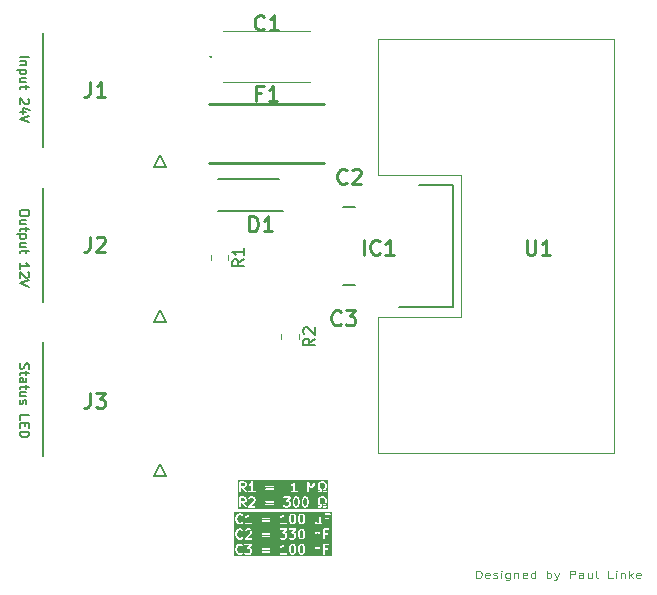
<source format=gbr>
%TF.GenerationSoftware,KiCad,Pcbnew,9.0.5*%
%TF.CreationDate,2026-01-09T15:49:09-08:00*%
%TF.ProjectId,Linear_Voltage_Regulator,4c696e65-6172-45f5-966f-6c746167655f,rev?*%
%TF.SameCoordinates,Original*%
%TF.FileFunction,Legend,Top*%
%TF.FilePolarity,Positive*%
%FSLAX46Y46*%
G04 Gerber Fmt 4.6, Leading zero omitted, Abs format (unit mm)*
G04 Created by KiCad (PCBNEW 9.0.5) date 2026-01-09 15:49:09*
%MOMM*%
%LPD*%
G01*
G04 APERTURE LIST*
%ADD10C,0.150000*%
%ADD11C,0.100000*%
%ADD12C,0.254000*%
%ADD13C,0.127000*%
%ADD14C,0.200000*%
%ADD15C,0.120000*%
G04 APERTURE END LIST*
D10*
X129405704Y-95441541D02*
X129405704Y-95593922D01*
X129405704Y-95593922D02*
X129367609Y-95670112D01*
X129367609Y-95670112D02*
X129291419Y-95746303D01*
X129291419Y-95746303D02*
X129139038Y-95784398D01*
X129139038Y-95784398D02*
X128872371Y-95784398D01*
X128872371Y-95784398D02*
X128719990Y-95746303D01*
X128719990Y-95746303D02*
X128643800Y-95670112D01*
X128643800Y-95670112D02*
X128605704Y-95593922D01*
X128605704Y-95593922D02*
X128605704Y-95441541D01*
X128605704Y-95441541D02*
X128643800Y-95365350D01*
X128643800Y-95365350D02*
X128719990Y-95289160D01*
X128719990Y-95289160D02*
X128872371Y-95251064D01*
X128872371Y-95251064D02*
X129139038Y-95251064D01*
X129139038Y-95251064D02*
X129291419Y-95289160D01*
X129291419Y-95289160D02*
X129367609Y-95365350D01*
X129367609Y-95365350D02*
X129405704Y-95441541D01*
X129139038Y-96470112D02*
X128605704Y-96470112D01*
X129139038Y-96127255D02*
X128719990Y-96127255D01*
X128719990Y-96127255D02*
X128643800Y-96165350D01*
X128643800Y-96165350D02*
X128605704Y-96241540D01*
X128605704Y-96241540D02*
X128605704Y-96355826D01*
X128605704Y-96355826D02*
X128643800Y-96432017D01*
X128643800Y-96432017D02*
X128681895Y-96470112D01*
X129139038Y-96736779D02*
X129139038Y-97041541D01*
X129405704Y-96851065D02*
X128719990Y-96851065D01*
X128719990Y-96851065D02*
X128643800Y-96889160D01*
X128643800Y-96889160D02*
X128605704Y-96965350D01*
X128605704Y-96965350D02*
X128605704Y-97041541D01*
X129139038Y-97308208D02*
X128339038Y-97308208D01*
X129100942Y-97308208D02*
X129139038Y-97384398D01*
X129139038Y-97384398D02*
X129139038Y-97536779D01*
X129139038Y-97536779D02*
X129100942Y-97612970D01*
X129100942Y-97612970D02*
X129062847Y-97651065D01*
X129062847Y-97651065D02*
X128986657Y-97689160D01*
X128986657Y-97689160D02*
X128758085Y-97689160D01*
X128758085Y-97689160D02*
X128681895Y-97651065D01*
X128681895Y-97651065D02*
X128643800Y-97612970D01*
X128643800Y-97612970D02*
X128605704Y-97536779D01*
X128605704Y-97536779D02*
X128605704Y-97384398D01*
X128605704Y-97384398D02*
X128643800Y-97308208D01*
X129139038Y-98374875D02*
X128605704Y-98374875D01*
X129139038Y-98032018D02*
X128719990Y-98032018D01*
X128719990Y-98032018D02*
X128643800Y-98070113D01*
X128643800Y-98070113D02*
X128605704Y-98146303D01*
X128605704Y-98146303D02*
X128605704Y-98260589D01*
X128605704Y-98260589D02*
X128643800Y-98336780D01*
X128643800Y-98336780D02*
X128681895Y-98374875D01*
X129139038Y-98641542D02*
X129139038Y-98946304D01*
X129405704Y-98755828D02*
X128719990Y-98755828D01*
X128719990Y-98755828D02*
X128643800Y-98793923D01*
X128643800Y-98793923D02*
X128605704Y-98870113D01*
X128605704Y-98870113D02*
X128605704Y-98946304D01*
X128605704Y-100241542D02*
X128605704Y-99784399D01*
X128605704Y-100012971D02*
X129405704Y-100012971D01*
X129405704Y-100012971D02*
X129291419Y-99936780D01*
X129291419Y-99936780D02*
X129215228Y-99860590D01*
X129215228Y-99860590D02*
X129177133Y-99784399D01*
X129329514Y-100546304D02*
X129367609Y-100584400D01*
X129367609Y-100584400D02*
X129405704Y-100660590D01*
X129405704Y-100660590D02*
X129405704Y-100851066D01*
X129405704Y-100851066D02*
X129367609Y-100927257D01*
X129367609Y-100927257D02*
X129329514Y-100965352D01*
X129329514Y-100965352D02*
X129253323Y-101003447D01*
X129253323Y-101003447D02*
X129177133Y-101003447D01*
X129177133Y-101003447D02*
X129062847Y-100965352D01*
X129062847Y-100965352D02*
X128605704Y-100508209D01*
X128605704Y-100508209D02*
X128605704Y-101003447D01*
X129405704Y-101232019D02*
X128605704Y-101498686D01*
X128605704Y-101498686D02*
X129405704Y-101765352D01*
D11*
X167256265Y-126421371D02*
X167256265Y-125821371D01*
X167256265Y-125821371D02*
X167446741Y-125821371D01*
X167446741Y-125821371D02*
X167561027Y-125849942D01*
X167561027Y-125849942D02*
X167637217Y-125907085D01*
X167637217Y-125907085D02*
X167675312Y-125964228D01*
X167675312Y-125964228D02*
X167713408Y-126078514D01*
X167713408Y-126078514D02*
X167713408Y-126164228D01*
X167713408Y-126164228D02*
X167675312Y-126278514D01*
X167675312Y-126278514D02*
X167637217Y-126335657D01*
X167637217Y-126335657D02*
X167561027Y-126392800D01*
X167561027Y-126392800D02*
X167446741Y-126421371D01*
X167446741Y-126421371D02*
X167256265Y-126421371D01*
X168361027Y-126392800D02*
X168284836Y-126421371D01*
X168284836Y-126421371D02*
X168132455Y-126421371D01*
X168132455Y-126421371D02*
X168056265Y-126392800D01*
X168056265Y-126392800D02*
X168018169Y-126335657D01*
X168018169Y-126335657D02*
X168018169Y-126107085D01*
X168018169Y-126107085D02*
X168056265Y-126049942D01*
X168056265Y-126049942D02*
X168132455Y-126021371D01*
X168132455Y-126021371D02*
X168284836Y-126021371D01*
X168284836Y-126021371D02*
X168361027Y-126049942D01*
X168361027Y-126049942D02*
X168399122Y-126107085D01*
X168399122Y-126107085D02*
X168399122Y-126164228D01*
X168399122Y-126164228D02*
X168018169Y-126221371D01*
X168703883Y-126392800D02*
X168780074Y-126421371D01*
X168780074Y-126421371D02*
X168932455Y-126421371D01*
X168932455Y-126421371D02*
X169008645Y-126392800D01*
X169008645Y-126392800D02*
X169046741Y-126335657D01*
X169046741Y-126335657D02*
X169046741Y-126307085D01*
X169046741Y-126307085D02*
X169008645Y-126249942D01*
X169008645Y-126249942D02*
X168932455Y-126221371D01*
X168932455Y-126221371D02*
X168818169Y-126221371D01*
X168818169Y-126221371D02*
X168741979Y-126192800D01*
X168741979Y-126192800D02*
X168703883Y-126135657D01*
X168703883Y-126135657D02*
X168703883Y-126107085D01*
X168703883Y-126107085D02*
X168741979Y-126049942D01*
X168741979Y-126049942D02*
X168818169Y-126021371D01*
X168818169Y-126021371D02*
X168932455Y-126021371D01*
X168932455Y-126021371D02*
X169008645Y-126049942D01*
X169389598Y-126421371D02*
X169389598Y-126021371D01*
X169389598Y-125821371D02*
X169351502Y-125849942D01*
X169351502Y-125849942D02*
X169389598Y-125878514D01*
X169389598Y-125878514D02*
X169427693Y-125849942D01*
X169427693Y-125849942D02*
X169389598Y-125821371D01*
X169389598Y-125821371D02*
X169389598Y-125878514D01*
X170113407Y-126021371D02*
X170113407Y-126507085D01*
X170113407Y-126507085D02*
X170075312Y-126564228D01*
X170075312Y-126564228D02*
X170037216Y-126592800D01*
X170037216Y-126592800D02*
X169961026Y-126621371D01*
X169961026Y-126621371D02*
X169846740Y-126621371D01*
X169846740Y-126621371D02*
X169770550Y-126592800D01*
X170113407Y-126392800D02*
X170037216Y-126421371D01*
X170037216Y-126421371D02*
X169884835Y-126421371D01*
X169884835Y-126421371D02*
X169808645Y-126392800D01*
X169808645Y-126392800D02*
X169770550Y-126364228D01*
X169770550Y-126364228D02*
X169732454Y-126307085D01*
X169732454Y-126307085D02*
X169732454Y-126135657D01*
X169732454Y-126135657D02*
X169770550Y-126078514D01*
X169770550Y-126078514D02*
X169808645Y-126049942D01*
X169808645Y-126049942D02*
X169884835Y-126021371D01*
X169884835Y-126021371D02*
X170037216Y-126021371D01*
X170037216Y-126021371D02*
X170113407Y-126049942D01*
X170494360Y-126021371D02*
X170494360Y-126421371D01*
X170494360Y-126078514D02*
X170532455Y-126049942D01*
X170532455Y-126049942D02*
X170608645Y-126021371D01*
X170608645Y-126021371D02*
X170722931Y-126021371D01*
X170722931Y-126021371D02*
X170799122Y-126049942D01*
X170799122Y-126049942D02*
X170837217Y-126107085D01*
X170837217Y-126107085D02*
X170837217Y-126421371D01*
X171522932Y-126392800D02*
X171446741Y-126421371D01*
X171446741Y-126421371D02*
X171294360Y-126421371D01*
X171294360Y-126421371D02*
X171218170Y-126392800D01*
X171218170Y-126392800D02*
X171180074Y-126335657D01*
X171180074Y-126335657D02*
X171180074Y-126107085D01*
X171180074Y-126107085D02*
X171218170Y-126049942D01*
X171218170Y-126049942D02*
X171294360Y-126021371D01*
X171294360Y-126021371D02*
X171446741Y-126021371D01*
X171446741Y-126021371D02*
X171522932Y-126049942D01*
X171522932Y-126049942D02*
X171561027Y-126107085D01*
X171561027Y-126107085D02*
X171561027Y-126164228D01*
X171561027Y-126164228D02*
X171180074Y-126221371D01*
X172246741Y-126421371D02*
X172246741Y-125821371D01*
X172246741Y-126392800D02*
X172170550Y-126421371D01*
X172170550Y-126421371D02*
X172018169Y-126421371D01*
X172018169Y-126421371D02*
X171941979Y-126392800D01*
X171941979Y-126392800D02*
X171903884Y-126364228D01*
X171903884Y-126364228D02*
X171865788Y-126307085D01*
X171865788Y-126307085D02*
X171865788Y-126135657D01*
X171865788Y-126135657D02*
X171903884Y-126078514D01*
X171903884Y-126078514D02*
X171941979Y-126049942D01*
X171941979Y-126049942D02*
X172018169Y-126021371D01*
X172018169Y-126021371D02*
X172170550Y-126021371D01*
X172170550Y-126021371D02*
X172246741Y-126049942D01*
X173237218Y-126421371D02*
X173237218Y-125821371D01*
X173237218Y-126049942D02*
X173313408Y-126021371D01*
X173313408Y-126021371D02*
X173465789Y-126021371D01*
X173465789Y-126021371D02*
X173541980Y-126049942D01*
X173541980Y-126049942D02*
X173580075Y-126078514D01*
X173580075Y-126078514D02*
X173618170Y-126135657D01*
X173618170Y-126135657D02*
X173618170Y-126307085D01*
X173618170Y-126307085D02*
X173580075Y-126364228D01*
X173580075Y-126364228D02*
X173541980Y-126392800D01*
X173541980Y-126392800D02*
X173465789Y-126421371D01*
X173465789Y-126421371D02*
X173313408Y-126421371D01*
X173313408Y-126421371D02*
X173237218Y-126392800D01*
X173884837Y-126021371D02*
X174075313Y-126421371D01*
X174265790Y-126021371D02*
X174075313Y-126421371D01*
X174075313Y-126421371D02*
X173999123Y-126564228D01*
X173999123Y-126564228D02*
X173961028Y-126592800D01*
X173961028Y-126592800D02*
X173884837Y-126621371D01*
X175180076Y-126421371D02*
X175180076Y-125821371D01*
X175180076Y-125821371D02*
X175484838Y-125821371D01*
X175484838Y-125821371D02*
X175561028Y-125849942D01*
X175561028Y-125849942D02*
X175599123Y-125878514D01*
X175599123Y-125878514D02*
X175637219Y-125935657D01*
X175637219Y-125935657D02*
X175637219Y-126021371D01*
X175637219Y-126021371D02*
X175599123Y-126078514D01*
X175599123Y-126078514D02*
X175561028Y-126107085D01*
X175561028Y-126107085D02*
X175484838Y-126135657D01*
X175484838Y-126135657D02*
X175180076Y-126135657D01*
X176322933Y-126421371D02*
X176322933Y-126107085D01*
X176322933Y-126107085D02*
X176284838Y-126049942D01*
X176284838Y-126049942D02*
X176208647Y-126021371D01*
X176208647Y-126021371D02*
X176056266Y-126021371D01*
X176056266Y-126021371D02*
X175980076Y-126049942D01*
X176322933Y-126392800D02*
X176246742Y-126421371D01*
X176246742Y-126421371D02*
X176056266Y-126421371D01*
X176056266Y-126421371D02*
X175980076Y-126392800D01*
X175980076Y-126392800D02*
X175941980Y-126335657D01*
X175941980Y-126335657D02*
X175941980Y-126278514D01*
X175941980Y-126278514D02*
X175980076Y-126221371D01*
X175980076Y-126221371D02*
X176056266Y-126192800D01*
X176056266Y-126192800D02*
X176246742Y-126192800D01*
X176246742Y-126192800D02*
X176322933Y-126164228D01*
X177046743Y-126021371D02*
X177046743Y-126421371D01*
X176703886Y-126021371D02*
X176703886Y-126335657D01*
X176703886Y-126335657D02*
X176741981Y-126392800D01*
X176741981Y-126392800D02*
X176818171Y-126421371D01*
X176818171Y-126421371D02*
X176932457Y-126421371D01*
X176932457Y-126421371D02*
X177008648Y-126392800D01*
X177008648Y-126392800D02*
X177046743Y-126364228D01*
X177541981Y-126421371D02*
X177465791Y-126392800D01*
X177465791Y-126392800D02*
X177427696Y-126335657D01*
X177427696Y-126335657D02*
X177427696Y-125821371D01*
X178837220Y-126421371D02*
X178456268Y-126421371D01*
X178456268Y-126421371D02*
X178456268Y-125821371D01*
X179103887Y-126421371D02*
X179103887Y-126021371D01*
X179103887Y-125821371D02*
X179065791Y-125849942D01*
X179065791Y-125849942D02*
X179103887Y-125878514D01*
X179103887Y-125878514D02*
X179141982Y-125849942D01*
X179141982Y-125849942D02*
X179103887Y-125821371D01*
X179103887Y-125821371D02*
X179103887Y-125878514D01*
X179484839Y-126021371D02*
X179484839Y-126421371D01*
X179484839Y-126078514D02*
X179522934Y-126049942D01*
X179522934Y-126049942D02*
X179599124Y-126021371D01*
X179599124Y-126021371D02*
X179713410Y-126021371D01*
X179713410Y-126021371D02*
X179789601Y-126049942D01*
X179789601Y-126049942D02*
X179827696Y-126107085D01*
X179827696Y-126107085D02*
X179827696Y-126421371D01*
X180208649Y-126421371D02*
X180208649Y-125821371D01*
X180284839Y-126192800D02*
X180513411Y-126421371D01*
X180513411Y-126021371D02*
X180208649Y-126249942D01*
X181161030Y-126392800D02*
X181084839Y-126421371D01*
X181084839Y-126421371D02*
X180932458Y-126421371D01*
X180932458Y-126421371D02*
X180856268Y-126392800D01*
X180856268Y-126392800D02*
X180818172Y-126335657D01*
X180818172Y-126335657D02*
X180818172Y-126107085D01*
X180818172Y-126107085D02*
X180856268Y-126049942D01*
X180856268Y-126049942D02*
X180932458Y-126021371D01*
X180932458Y-126021371D02*
X181084839Y-126021371D01*
X181084839Y-126021371D02*
X181161030Y-126049942D01*
X181161030Y-126049942D02*
X181199125Y-126107085D01*
X181199125Y-126107085D02*
X181199125Y-126164228D01*
X181199125Y-126164228D02*
X180818172Y-126221371D01*
D10*
G36*
X152082829Y-119694029D02*
G01*
X152103711Y-119714911D01*
X152132681Y-119772851D01*
X152166541Y-119908290D01*
X152166541Y-120080299D01*
X152132681Y-120215738D01*
X152103711Y-120273677D01*
X152082828Y-120294561D01*
X152033360Y-120319295D01*
X151992580Y-120319295D01*
X151943111Y-120294561D01*
X151922228Y-120273677D01*
X151893258Y-120215737D01*
X151859398Y-120080297D01*
X151859398Y-119908292D01*
X151893258Y-119772851D01*
X151922228Y-119714911D01*
X151943110Y-119694029D01*
X151992580Y-119669295D01*
X152033360Y-119669295D01*
X152082829Y-119694029D01*
G37*
G36*
X152844734Y-119694029D02*
G01*
X152865616Y-119714911D01*
X152894586Y-119772851D01*
X152928446Y-119908290D01*
X152928446Y-120080299D01*
X152894586Y-120215738D01*
X152865616Y-120273677D01*
X152844733Y-120294561D01*
X152795265Y-120319295D01*
X152754485Y-120319295D01*
X152705016Y-120294561D01*
X152684133Y-120273677D01*
X152655163Y-120215737D01*
X152621303Y-120080297D01*
X152621303Y-119908292D01*
X152655163Y-119772851D01*
X152684133Y-119714911D01*
X152705015Y-119694029D01*
X152754485Y-119669295D01*
X152795265Y-119669295D01*
X152844734Y-119694029D01*
G37*
G36*
X147625685Y-119694029D02*
G01*
X147646568Y-119714912D01*
X147671303Y-119764381D01*
X147671303Y-119843255D01*
X147646568Y-119892724D01*
X147625685Y-119913608D01*
X147576217Y-119938342D01*
X147364160Y-119938342D01*
X147364160Y-119669295D01*
X147576217Y-119669295D01*
X147625685Y-119694029D01*
G37*
G36*
X147625685Y-118406074D02*
G01*
X147646568Y-118426957D01*
X147671303Y-118476426D01*
X147671303Y-118555300D01*
X147646568Y-118604769D01*
X147625685Y-118625653D01*
X147576217Y-118650387D01*
X147364160Y-118650387D01*
X147364160Y-118381340D01*
X147576217Y-118381340D01*
X147625685Y-118406074D01*
G37*
G36*
X154691145Y-120558184D02*
G01*
X147125271Y-120558184D01*
X147125271Y-119594295D01*
X147214160Y-119594295D01*
X147214160Y-120394295D01*
X147215601Y-120408927D01*
X147226800Y-120435963D01*
X147247492Y-120456655D01*
X147274528Y-120467854D01*
X147303792Y-120467854D01*
X147330828Y-120456655D01*
X147351520Y-120435963D01*
X147362719Y-120408927D01*
X147364160Y-120394295D01*
X147364160Y-120088342D01*
X147440587Y-120088342D01*
X147684860Y-120437304D01*
X147694432Y-120448465D01*
X147719111Y-120464192D01*
X147747928Y-120469277D01*
X147776499Y-120462948D01*
X147800473Y-120446166D01*
X147816200Y-120421487D01*
X147821285Y-120392669D01*
X147818404Y-120379663D01*
X147939410Y-120379663D01*
X147939410Y-120408927D01*
X147950609Y-120435963D01*
X147971301Y-120456655D01*
X147998337Y-120467854D01*
X148012969Y-120469295D01*
X148508207Y-120469295D01*
X148522839Y-120467854D01*
X148549875Y-120456655D01*
X148570567Y-120435963D01*
X148581766Y-120408927D01*
X148581766Y-120379663D01*
X148570567Y-120352627D01*
X148549875Y-120331935D01*
X148522839Y-120320736D01*
X148508207Y-120319295D01*
X148194035Y-120319295D01*
X148324143Y-120189187D01*
X149387030Y-120189187D01*
X149387030Y-120218451D01*
X149398229Y-120245487D01*
X149418921Y-120266179D01*
X149445957Y-120277378D01*
X149460589Y-120278819D01*
X150070113Y-120278819D01*
X150084745Y-120277378D01*
X150111781Y-120266179D01*
X150132473Y-120245487D01*
X150143672Y-120218451D01*
X150143672Y-120189187D01*
X150132473Y-120162151D01*
X150111781Y-120141459D01*
X150084745Y-120130260D01*
X150070113Y-120128819D01*
X149460589Y-120128819D01*
X149445957Y-120130260D01*
X149418921Y-120141459D01*
X149398229Y-120162151D01*
X149387030Y-120189187D01*
X148324143Y-120189187D01*
X148523145Y-119990185D01*
X148532473Y-119978820D01*
X148533505Y-119976327D01*
X148535269Y-119974294D01*
X148541263Y-119960869D01*
X148541348Y-119960615D01*
X149387030Y-119960615D01*
X149387030Y-119989879D01*
X149398229Y-120016915D01*
X149418921Y-120037607D01*
X149445957Y-120048806D01*
X149460589Y-120050247D01*
X150070113Y-120050247D01*
X150084745Y-120048806D01*
X150111781Y-120037607D01*
X150132473Y-120016915D01*
X150143672Y-119989879D01*
X150143672Y-119960615D01*
X150132473Y-119933579D01*
X150111781Y-119912887D01*
X150084745Y-119901688D01*
X150070113Y-119900247D01*
X149460589Y-119900247D01*
X149445957Y-119901688D01*
X149418921Y-119912887D01*
X149398229Y-119933579D01*
X149387030Y-119960615D01*
X148541348Y-119960615D01*
X148579358Y-119846583D01*
X148581007Y-119839329D01*
X148581766Y-119837498D01*
X148582027Y-119834843D01*
X148582618Y-119832246D01*
X148582477Y-119830271D01*
X148583207Y-119822866D01*
X148583207Y-119746676D01*
X148581766Y-119732044D01*
X148580734Y-119729554D01*
X148580544Y-119726867D01*
X148575289Y-119713135D01*
X148537194Y-119636944D01*
X148533229Y-119630644D01*
X148532472Y-119628817D01*
X148530783Y-119626760D01*
X148529362Y-119624501D01*
X148527863Y-119623201D01*
X148523145Y-119617452D01*
X148485356Y-119579663D01*
X150910839Y-119579663D01*
X150910839Y-119608927D01*
X150922038Y-119635963D01*
X150942730Y-119656655D01*
X150969766Y-119667854D01*
X150984398Y-119669295D01*
X151314354Y-119669295D01*
X151156527Y-119849669D01*
X151152005Y-119855993D01*
X151150610Y-119857389D01*
X151150061Y-119858712D01*
X151147976Y-119861630D01*
X151144074Y-119873167D01*
X151139411Y-119884425D01*
X151139411Y-119886955D01*
X151138601Y-119889351D01*
X151139411Y-119901504D01*
X151139411Y-119913689D01*
X151140378Y-119916025D01*
X151140547Y-119918549D01*
X151145949Y-119929474D01*
X151150610Y-119940725D01*
X151152396Y-119942511D01*
X151153519Y-119944781D01*
X151162691Y-119952806D01*
X151171302Y-119961417D01*
X151173638Y-119962385D01*
X151175543Y-119964051D01*
X151187080Y-119967952D01*
X151198338Y-119972616D01*
X151201908Y-119972967D01*
X151203264Y-119973426D01*
X151205231Y-119973294D01*
X151212970Y-119974057D01*
X151309550Y-119974057D01*
X151359019Y-119998791D01*
X151379901Y-120019673D01*
X151404636Y-120069142D01*
X151404636Y-120224209D01*
X151379901Y-120273677D01*
X151359018Y-120294561D01*
X151309550Y-120319295D01*
X151116389Y-120319295D01*
X151066920Y-120294561D01*
X151037432Y-120265072D01*
X151026066Y-120255744D01*
X150999030Y-120244545D01*
X150969768Y-120244545D01*
X150942731Y-120255743D01*
X150922038Y-120276436D01*
X150910839Y-120303472D01*
X150910839Y-120332734D01*
X150922037Y-120359771D01*
X150931364Y-120371136D01*
X150969459Y-120409232D01*
X150975210Y-120413952D01*
X150976509Y-120415450D01*
X150978764Y-120416869D01*
X150980824Y-120418560D01*
X150982654Y-120419318D01*
X150988952Y-120423282D01*
X151065143Y-120461377D01*
X151078875Y-120466632D01*
X151081562Y-120466822D01*
X151084052Y-120467854D01*
X151098684Y-120469295D01*
X151327255Y-120469295D01*
X151341887Y-120467854D01*
X151344376Y-120466822D01*
X151347064Y-120466632D01*
X151360796Y-120461377D01*
X151436987Y-120423282D01*
X151443286Y-120419317D01*
X151445114Y-120418560D01*
X151447170Y-120416872D01*
X151449430Y-120415450D01*
X151450730Y-120413950D01*
X151456480Y-120409232D01*
X151494575Y-120371136D01*
X151499292Y-120365387D01*
X151500791Y-120364088D01*
X151502212Y-120361829D01*
X151503902Y-120359771D01*
X151504659Y-120357941D01*
X151508623Y-120351645D01*
X151546718Y-120275455D01*
X151551973Y-120261723D01*
X151552163Y-120259035D01*
X151553195Y-120256546D01*
X151554636Y-120241914D01*
X151554636Y-120051438D01*
X151553195Y-120036806D01*
X151552163Y-120034316D01*
X151551973Y-120031629D01*
X151546718Y-120017897D01*
X151508623Y-119941706D01*
X151504658Y-119935406D01*
X151503901Y-119933579D01*
X151502212Y-119931522D01*
X151500791Y-119929263D01*
X151499292Y-119927963D01*
X151494574Y-119922214D01*
X151471417Y-119899057D01*
X151709398Y-119899057D01*
X151709398Y-120089533D01*
X151709649Y-120092086D01*
X151709487Y-120093179D01*
X151710296Y-120098653D01*
X151710839Y-120104165D01*
X151711261Y-120105185D01*
X151711637Y-120107724D01*
X151749733Y-120260105D01*
X151750118Y-120261184D01*
X151750157Y-120261723D01*
X151752481Y-120267798D01*
X151754680Y-120273950D01*
X151755002Y-120274385D01*
X151755412Y-120275455D01*
X151793507Y-120351645D01*
X151797470Y-120357941D01*
X151798228Y-120359771D01*
X151799917Y-120361829D01*
X151801339Y-120364088D01*
X151802837Y-120365387D01*
X151807555Y-120371136D01*
X151845650Y-120409232D01*
X151851401Y-120413952D01*
X151852700Y-120415450D01*
X151854955Y-120416869D01*
X151857015Y-120418560D01*
X151858845Y-120419318D01*
X151865143Y-120423282D01*
X151941334Y-120461377D01*
X151955066Y-120466632D01*
X151957753Y-120466822D01*
X151960243Y-120467854D01*
X151974875Y-120469295D01*
X152051065Y-120469295D01*
X152065697Y-120467854D01*
X152068186Y-120466822D01*
X152070874Y-120466632D01*
X152084606Y-120461377D01*
X152160797Y-120423282D01*
X152167096Y-120419317D01*
X152168924Y-120418560D01*
X152170980Y-120416872D01*
X152173240Y-120415450D01*
X152174540Y-120413950D01*
X152180290Y-120409232D01*
X152218385Y-120371136D01*
X152223102Y-120365387D01*
X152224601Y-120364088D01*
X152226022Y-120361829D01*
X152227712Y-120359771D01*
X152228469Y-120357941D01*
X152232433Y-120351645D01*
X152270528Y-120275455D01*
X152270937Y-120274385D01*
X152271260Y-120273950D01*
X152273455Y-120267804D01*
X152275783Y-120261723D01*
X152275821Y-120261183D01*
X152276207Y-120260104D01*
X152314302Y-120107723D01*
X152314677Y-120105185D01*
X152315100Y-120104165D01*
X152315641Y-120098662D01*
X152316453Y-120093178D01*
X152316289Y-120092082D01*
X152316541Y-120089533D01*
X152316541Y-119899057D01*
X152471303Y-119899057D01*
X152471303Y-120089533D01*
X152471554Y-120092086D01*
X152471392Y-120093179D01*
X152472201Y-120098653D01*
X152472744Y-120104165D01*
X152473166Y-120105185D01*
X152473542Y-120107724D01*
X152511638Y-120260105D01*
X152512023Y-120261184D01*
X152512062Y-120261723D01*
X152514386Y-120267798D01*
X152516585Y-120273950D01*
X152516907Y-120274385D01*
X152517317Y-120275455D01*
X152555412Y-120351645D01*
X152559375Y-120357941D01*
X152560133Y-120359771D01*
X152561822Y-120361829D01*
X152563244Y-120364088D01*
X152564742Y-120365387D01*
X152569460Y-120371136D01*
X152607555Y-120409232D01*
X152613306Y-120413952D01*
X152614605Y-120415450D01*
X152616860Y-120416869D01*
X152618920Y-120418560D01*
X152620750Y-120419318D01*
X152627048Y-120423282D01*
X152703239Y-120461377D01*
X152716971Y-120466632D01*
X152719658Y-120466822D01*
X152722148Y-120467854D01*
X152736780Y-120469295D01*
X152812970Y-120469295D01*
X152827602Y-120467854D01*
X152830091Y-120466822D01*
X152832779Y-120466632D01*
X152846511Y-120461377D01*
X152922702Y-120423282D01*
X152929001Y-120419317D01*
X152930829Y-120418560D01*
X152932885Y-120416872D01*
X152935145Y-120415450D01*
X152936445Y-120413950D01*
X152942195Y-120409232D01*
X152980290Y-120371136D01*
X152985007Y-120365387D01*
X152986506Y-120364088D01*
X152987927Y-120361829D01*
X152989617Y-120359771D01*
X152990374Y-120357941D01*
X152994338Y-120351645D01*
X153032433Y-120275455D01*
X153032842Y-120274385D01*
X153033165Y-120273950D01*
X153035360Y-120267804D01*
X153037688Y-120261723D01*
X153037726Y-120261183D01*
X153038112Y-120260104D01*
X153076207Y-120107723D01*
X153076582Y-120105185D01*
X153077005Y-120104165D01*
X153077546Y-120098662D01*
X153078358Y-120093178D01*
X153078194Y-120092082D01*
X153078446Y-120089533D01*
X153078446Y-119899057D01*
X153078194Y-119896507D01*
X153078358Y-119895412D01*
X153077546Y-119889927D01*
X153077005Y-119884425D01*
X153076582Y-119883404D01*
X153076207Y-119880867D01*
X153061707Y-119822866D01*
X153842732Y-119822866D01*
X153842732Y-120013342D01*
X153843461Y-120020747D01*
X153843321Y-120022723D01*
X153843911Y-120025320D01*
X153844173Y-120027974D01*
X153844931Y-120029804D01*
X153846581Y-120037059D01*
X153884677Y-120151345D01*
X153890671Y-120164771D01*
X153892436Y-120166806D01*
X153893467Y-120169295D01*
X153902795Y-120180661D01*
X153978985Y-120256852D01*
X153984734Y-120261570D01*
X153986034Y-120263069D01*
X153988293Y-120264490D01*
X153990350Y-120266179D01*
X153992177Y-120266936D01*
X153998477Y-120270901D01*
X154033209Y-120288266D01*
X154033209Y-120319295D01*
X153917732Y-120319295D01*
X153903100Y-120320736D01*
X153876064Y-120331935D01*
X153855372Y-120352627D01*
X153844173Y-120379663D01*
X153844173Y-120408927D01*
X153855372Y-120435963D01*
X153876064Y-120456655D01*
X153903100Y-120467854D01*
X153917732Y-120469295D01*
X154108209Y-120469295D01*
X154122841Y-120467854D01*
X154149877Y-120456655D01*
X154170569Y-120435963D01*
X154181768Y-120408927D01*
X154181768Y-120408926D01*
X154183209Y-120394295D01*
X154183209Y-120241914D01*
X154182479Y-120234508D01*
X154182620Y-120232533D01*
X154182144Y-120231107D01*
X154181768Y-120227282D01*
X154177166Y-120216174D01*
X154173366Y-120204772D01*
X154171600Y-120202736D01*
X154170569Y-120200246D01*
X154162071Y-120191748D01*
X154154193Y-120182664D01*
X154150938Y-120180615D01*
X154149877Y-120179554D01*
X154148049Y-120178796D01*
X154141750Y-120174832D01*
X154076445Y-120142179D01*
X154021380Y-120087114D01*
X153992732Y-120001171D01*
X153992732Y-119835036D01*
X154021380Y-119749093D01*
X154072531Y-119697942D01*
X154158474Y-119669295D01*
X154286515Y-119669295D01*
X154372457Y-119697942D01*
X154423608Y-119749093D01*
X154452256Y-119835035D01*
X154452256Y-120001172D01*
X154423608Y-120087114D01*
X154368543Y-120142179D01*
X154303239Y-120174832D01*
X154296939Y-120178796D01*
X154295112Y-120179554D01*
X154294050Y-120180615D01*
X154290796Y-120182664D01*
X154282917Y-120191748D01*
X154274420Y-120200246D01*
X154273388Y-120202736D01*
X154271623Y-120204772D01*
X154267822Y-120216174D01*
X154263221Y-120227282D01*
X154262844Y-120231107D01*
X154262369Y-120232533D01*
X154262509Y-120234508D01*
X154261780Y-120241914D01*
X154261780Y-120394295D01*
X154263221Y-120408926D01*
X154263221Y-120408927D01*
X154274420Y-120435963D01*
X154295112Y-120456655D01*
X154322148Y-120467854D01*
X154336780Y-120469295D01*
X154527256Y-120469295D01*
X154541888Y-120467854D01*
X154568924Y-120456655D01*
X154589616Y-120435963D01*
X154600815Y-120408927D01*
X154600815Y-120379663D01*
X154589616Y-120352627D01*
X154568924Y-120331935D01*
X154541888Y-120320736D01*
X154527256Y-120319295D01*
X154411780Y-120319295D01*
X154411780Y-120288266D01*
X154446512Y-120270901D01*
X154452811Y-120266936D01*
X154454639Y-120266179D01*
X154456695Y-120264490D01*
X154458955Y-120263069D01*
X154460254Y-120261570D01*
X154466004Y-120256852D01*
X154542195Y-120180660D01*
X154551522Y-120169295D01*
X154552553Y-120166804D01*
X154554318Y-120164770D01*
X154560312Y-120151345D01*
X154598407Y-120037059D01*
X154600056Y-120029805D01*
X154600815Y-120027974D01*
X154601076Y-120025319D01*
X154601667Y-120022722D01*
X154601526Y-120020747D01*
X154602256Y-120013342D01*
X154602256Y-119822866D01*
X154601526Y-119815460D01*
X154601667Y-119813486D01*
X154601076Y-119810888D01*
X154600815Y-119808234D01*
X154600056Y-119806402D01*
X154598407Y-119799149D01*
X154560312Y-119684863D01*
X154554318Y-119671438D01*
X154552554Y-119669404D01*
X154551522Y-119666912D01*
X154542194Y-119655547D01*
X154466004Y-119579357D01*
X154454639Y-119570030D01*
X154452148Y-119568998D01*
X154450113Y-119567233D01*
X154436688Y-119561239D01*
X154322402Y-119523144D01*
X154315148Y-119521494D01*
X154313317Y-119520736D01*
X154310662Y-119520474D01*
X154308065Y-119519884D01*
X154306090Y-119520024D01*
X154298685Y-119519295D01*
X154146304Y-119519295D01*
X154138898Y-119520024D01*
X154136924Y-119519884D01*
X154134326Y-119520474D01*
X154131672Y-119520736D01*
X154129840Y-119521494D01*
X154122587Y-119523144D01*
X154008301Y-119561239D01*
X153994876Y-119567233D01*
X153992842Y-119568996D01*
X153990350Y-119570029D01*
X153978985Y-119579357D01*
X153902795Y-119655547D01*
X153893468Y-119666912D01*
X153892437Y-119669400D01*
X153890671Y-119671437D01*
X153884677Y-119684863D01*
X153846581Y-119799149D01*
X153844931Y-119806403D01*
X153844173Y-119808234D01*
X153843911Y-119810887D01*
X153843321Y-119813485D01*
X153843461Y-119815460D01*
X153842732Y-119822866D01*
X153061707Y-119822866D01*
X153038112Y-119728486D01*
X153037726Y-119727406D01*
X153037688Y-119726867D01*
X153035360Y-119720785D01*
X153033165Y-119714640D01*
X153032842Y-119714204D01*
X153032433Y-119713135D01*
X152994338Y-119636944D01*
X152990373Y-119630644D01*
X152989616Y-119628817D01*
X152987927Y-119626760D01*
X152986506Y-119624501D01*
X152985007Y-119623201D01*
X152980289Y-119617452D01*
X152942194Y-119579357D01*
X152936444Y-119574638D01*
X152935145Y-119573140D01*
X152932885Y-119571718D01*
X152930829Y-119570030D01*
X152929001Y-119569272D01*
X152922702Y-119565308D01*
X152846511Y-119527213D01*
X152832779Y-119521958D01*
X152830091Y-119521767D01*
X152827602Y-119520736D01*
X152812970Y-119519295D01*
X152736780Y-119519295D01*
X152722148Y-119520736D01*
X152719658Y-119521767D01*
X152716971Y-119521958D01*
X152703239Y-119527213D01*
X152627048Y-119565308D01*
X152620748Y-119569272D01*
X152618921Y-119570030D01*
X152616864Y-119571718D01*
X152614605Y-119573140D01*
X152613305Y-119574638D01*
X152607556Y-119579357D01*
X152569461Y-119617452D01*
X152564742Y-119623201D01*
X152563244Y-119624501D01*
X152561822Y-119626760D01*
X152560134Y-119628817D01*
X152559376Y-119630644D01*
X152555412Y-119636944D01*
X152517317Y-119713135D01*
X152516907Y-119714204D01*
X152516585Y-119714640D01*
X152514386Y-119720791D01*
X152512062Y-119726867D01*
X152512023Y-119727405D01*
X152511638Y-119728485D01*
X152473542Y-119880866D01*
X152473166Y-119883404D01*
X152472744Y-119884425D01*
X152472201Y-119889936D01*
X152471392Y-119895411D01*
X152471554Y-119896503D01*
X152471303Y-119899057D01*
X152316541Y-119899057D01*
X152316289Y-119896507D01*
X152316453Y-119895412D01*
X152315641Y-119889927D01*
X152315100Y-119884425D01*
X152314677Y-119883404D01*
X152314302Y-119880867D01*
X152276207Y-119728486D01*
X152275821Y-119727406D01*
X152275783Y-119726867D01*
X152273455Y-119720785D01*
X152271260Y-119714640D01*
X152270937Y-119714204D01*
X152270528Y-119713135D01*
X152232433Y-119636944D01*
X152228468Y-119630644D01*
X152227711Y-119628817D01*
X152226022Y-119626760D01*
X152224601Y-119624501D01*
X152223102Y-119623201D01*
X152218384Y-119617452D01*
X152180289Y-119579357D01*
X152174539Y-119574638D01*
X152173240Y-119573140D01*
X152170980Y-119571718D01*
X152168924Y-119570030D01*
X152167096Y-119569272D01*
X152160797Y-119565308D01*
X152084606Y-119527213D01*
X152070874Y-119521958D01*
X152068186Y-119521767D01*
X152065697Y-119520736D01*
X152051065Y-119519295D01*
X151974875Y-119519295D01*
X151960243Y-119520736D01*
X151957753Y-119521767D01*
X151955066Y-119521958D01*
X151941334Y-119527213D01*
X151865143Y-119565308D01*
X151858843Y-119569272D01*
X151857016Y-119570030D01*
X151854959Y-119571718D01*
X151852700Y-119573140D01*
X151851400Y-119574638D01*
X151845651Y-119579357D01*
X151807556Y-119617452D01*
X151802837Y-119623201D01*
X151801339Y-119624501D01*
X151799917Y-119626760D01*
X151798229Y-119628817D01*
X151797471Y-119630644D01*
X151793507Y-119636944D01*
X151755412Y-119713135D01*
X151755002Y-119714204D01*
X151754680Y-119714640D01*
X151752481Y-119720791D01*
X151750157Y-119726867D01*
X151750118Y-119727405D01*
X151749733Y-119728485D01*
X151711637Y-119880866D01*
X151711261Y-119883404D01*
X151710839Y-119884425D01*
X151710296Y-119889936D01*
X151709487Y-119895411D01*
X151709649Y-119896503D01*
X151709398Y-119899057D01*
X151471417Y-119899057D01*
X151456479Y-119884119D01*
X151450729Y-119879400D01*
X151449430Y-119877902D01*
X151447170Y-119876480D01*
X151445114Y-119874792D01*
X151443286Y-119874034D01*
X151436987Y-119870070D01*
X151368119Y-119835636D01*
X151536080Y-119643682D01*
X151540600Y-119637358D01*
X151541996Y-119635963D01*
X151542544Y-119634639D01*
X151544630Y-119631722D01*
X151548534Y-119620178D01*
X151553195Y-119608927D01*
X151553195Y-119606398D01*
X151554006Y-119604001D01*
X151553195Y-119591838D01*
X151553195Y-119579663D01*
X151552227Y-119577326D01*
X151552059Y-119574802D01*
X151546654Y-119563874D01*
X151541996Y-119552627D01*
X151540209Y-119550840D01*
X151539087Y-119548571D01*
X151529914Y-119540545D01*
X151521304Y-119531935D01*
X151518967Y-119530966D01*
X151517063Y-119529301D01*
X151505519Y-119525396D01*
X151494268Y-119520736D01*
X151490701Y-119520384D01*
X151489342Y-119519925D01*
X151487368Y-119520056D01*
X151479636Y-119519295D01*
X150984398Y-119519295D01*
X150969766Y-119520736D01*
X150942730Y-119531935D01*
X150922038Y-119552627D01*
X150910839Y-119579663D01*
X148485356Y-119579663D01*
X148485050Y-119579357D01*
X148479300Y-119574638D01*
X148478001Y-119573140D01*
X148475741Y-119571718D01*
X148473685Y-119570030D01*
X148471857Y-119569272D01*
X148465558Y-119565308D01*
X148389367Y-119527213D01*
X148375635Y-119521958D01*
X148372947Y-119521767D01*
X148370458Y-119520736D01*
X148355826Y-119519295D01*
X148165350Y-119519295D01*
X148150718Y-119520736D01*
X148148228Y-119521767D01*
X148145541Y-119521958D01*
X148131809Y-119527213D01*
X148055619Y-119565308D01*
X148049322Y-119569271D01*
X148047493Y-119570029D01*
X148045434Y-119571718D01*
X148043176Y-119573140D01*
X148041876Y-119574638D01*
X148036128Y-119579356D01*
X147998032Y-119617451D01*
X147988704Y-119628817D01*
X147977505Y-119655853D01*
X147977505Y-119685115D01*
X147988703Y-119712152D01*
X148009396Y-119732845D01*
X148036432Y-119744044D01*
X148065694Y-119744044D01*
X148092731Y-119732846D01*
X148104096Y-119723519D01*
X148133586Y-119694029D01*
X148183055Y-119669295D01*
X148338121Y-119669295D01*
X148387590Y-119694029D01*
X148408472Y-119714911D01*
X148433207Y-119764380D01*
X148433207Y-119810696D01*
X148404559Y-119896638D01*
X147959936Y-120341262D01*
X147950609Y-120352627D01*
X147939410Y-120379663D01*
X147818404Y-120379663D01*
X147814956Y-120364098D01*
X147807745Y-120351285D01*
X147620111Y-120083237D01*
X147627463Y-120080424D01*
X147703653Y-120042329D01*
X147709952Y-120038364D01*
X147711780Y-120037607D01*
X147713836Y-120035918D01*
X147716096Y-120034497D01*
X147717395Y-120032998D01*
X147723145Y-120028280D01*
X147761240Y-119990185D01*
X147765960Y-119984432D01*
X147767456Y-119983136D01*
X147768875Y-119980881D01*
X147770567Y-119978820D01*
X147771325Y-119976989D01*
X147775289Y-119970693D01*
X147813385Y-119894503D01*
X147818640Y-119880771D01*
X147818831Y-119878081D01*
X147819862Y-119875593D01*
X147821303Y-119860961D01*
X147821303Y-119746676D01*
X147819862Y-119732044D01*
X147818831Y-119729555D01*
X147818640Y-119726866D01*
X147813385Y-119713134D01*
X147775289Y-119636944D01*
X147771325Y-119630647D01*
X147770567Y-119628817D01*
X147768875Y-119626755D01*
X147767456Y-119624501D01*
X147765960Y-119623204D01*
X147761240Y-119617452D01*
X147723145Y-119579357D01*
X147717395Y-119574638D01*
X147716096Y-119573140D01*
X147713836Y-119571718D01*
X147711780Y-119570030D01*
X147709952Y-119569272D01*
X147703653Y-119565308D01*
X147627463Y-119527213D01*
X147613731Y-119521958D01*
X147611043Y-119521767D01*
X147608554Y-119520736D01*
X147593922Y-119519295D01*
X147289160Y-119519295D01*
X147274528Y-119520736D01*
X147247492Y-119531935D01*
X147226800Y-119552627D01*
X147215601Y-119579663D01*
X147214160Y-119594295D01*
X147125271Y-119594295D01*
X147125271Y-118306340D01*
X147214160Y-118306340D01*
X147214160Y-119106340D01*
X147215601Y-119120972D01*
X147226800Y-119148008D01*
X147247492Y-119168700D01*
X147274528Y-119179899D01*
X147303792Y-119179899D01*
X147330828Y-119168700D01*
X147351520Y-119148008D01*
X147362719Y-119120972D01*
X147364160Y-119106340D01*
X147364160Y-118800387D01*
X147440587Y-118800387D01*
X147684860Y-119149349D01*
X147694432Y-119160510D01*
X147719111Y-119176237D01*
X147747928Y-119181322D01*
X147776499Y-119174993D01*
X147800473Y-119158211D01*
X147816200Y-119133532D01*
X147821285Y-119104714D01*
X147814956Y-119076143D01*
X147807745Y-119063330D01*
X147620111Y-118795282D01*
X147627463Y-118792469D01*
X147703653Y-118754374D01*
X147709952Y-118750409D01*
X147711780Y-118749652D01*
X147713836Y-118747963D01*
X147716096Y-118746542D01*
X147717395Y-118745043D01*
X147723145Y-118740325D01*
X147761240Y-118702230D01*
X147765960Y-118696477D01*
X147767456Y-118695181D01*
X147768875Y-118692926D01*
X147770567Y-118690865D01*
X147771325Y-118689034D01*
X147775289Y-118682738D01*
X147813385Y-118606548D01*
X147818640Y-118592816D01*
X147818831Y-118590126D01*
X147819862Y-118587638D01*
X147821303Y-118573006D01*
X147821303Y-118525530D01*
X147976653Y-118525530D01*
X147978727Y-118554720D01*
X147991814Y-118580895D01*
X148013922Y-118600068D01*
X148041683Y-118609322D01*
X148070873Y-118607248D01*
X148084605Y-118601993D01*
X148160796Y-118563898D01*
X148167095Y-118559933D01*
X148168923Y-118559176D01*
X148170979Y-118557487D01*
X148173239Y-118556066D01*
X148174538Y-118554567D01*
X148180288Y-118549849D01*
X148204636Y-118525500D01*
X148204636Y-119031340D01*
X148051064Y-119031340D01*
X148036432Y-119032781D01*
X148009396Y-119043980D01*
X147988704Y-119064672D01*
X147977505Y-119091708D01*
X147977505Y-119120972D01*
X147988704Y-119148008D01*
X148009396Y-119168700D01*
X148036432Y-119179899D01*
X148051064Y-119181340D01*
X148508207Y-119181340D01*
X148522839Y-119179899D01*
X148549875Y-119168700D01*
X148570567Y-119148008D01*
X148581766Y-119120972D01*
X148581766Y-119091708D01*
X148570567Y-119064672D01*
X148549875Y-119043980D01*
X148522839Y-119032781D01*
X148508207Y-119031340D01*
X148354636Y-119031340D01*
X148354636Y-118901232D01*
X149387030Y-118901232D01*
X149387030Y-118930496D01*
X149398229Y-118957532D01*
X149418921Y-118978224D01*
X149445957Y-118989423D01*
X149460589Y-118990864D01*
X150070113Y-118990864D01*
X150084745Y-118989423D01*
X150111781Y-118978224D01*
X150132473Y-118957532D01*
X150143672Y-118930496D01*
X150143672Y-118901232D01*
X150132473Y-118874196D01*
X150111781Y-118853504D01*
X150084745Y-118842305D01*
X150070113Y-118840864D01*
X149460589Y-118840864D01*
X149445957Y-118842305D01*
X149418921Y-118853504D01*
X149398229Y-118874196D01*
X149387030Y-118901232D01*
X148354636Y-118901232D01*
X148354636Y-118672660D01*
X149387030Y-118672660D01*
X149387030Y-118701924D01*
X149398229Y-118728960D01*
X149418921Y-118749652D01*
X149445957Y-118760851D01*
X149460589Y-118762292D01*
X150070113Y-118762292D01*
X150084745Y-118760851D01*
X150111781Y-118749652D01*
X150132473Y-118728960D01*
X150143672Y-118701924D01*
X150143672Y-118672660D01*
X150132473Y-118645624D01*
X150111781Y-118624932D01*
X150084745Y-118613733D01*
X150070113Y-118612292D01*
X149460589Y-118612292D01*
X149445957Y-118613733D01*
X149418921Y-118624932D01*
X149398229Y-118645624D01*
X149387030Y-118672660D01*
X148354636Y-118672660D01*
X148354636Y-118525530D01*
X151557606Y-118525530D01*
X151559680Y-118554720D01*
X151572767Y-118580895D01*
X151594875Y-118600068D01*
X151622636Y-118609322D01*
X151651826Y-118607248D01*
X151665558Y-118601993D01*
X151741749Y-118563898D01*
X151748048Y-118559933D01*
X151749876Y-118559176D01*
X151751932Y-118557487D01*
X151754192Y-118556066D01*
X151755491Y-118554567D01*
X151761241Y-118549849D01*
X151785589Y-118525500D01*
X151785589Y-119031340D01*
X151632017Y-119031340D01*
X151617385Y-119032781D01*
X151590349Y-119043980D01*
X151569657Y-119064672D01*
X151558458Y-119091708D01*
X151558458Y-119120972D01*
X151569657Y-119148008D01*
X151590349Y-119168700D01*
X151617385Y-119179899D01*
X151632017Y-119181340D01*
X152089160Y-119181340D01*
X152103792Y-119179899D01*
X152130828Y-119168700D01*
X152151520Y-119148008D01*
X152162719Y-119120972D01*
X152162719Y-119091708D01*
X152151520Y-119064672D01*
X152130828Y-119043980D01*
X152103792Y-119032781D01*
X152089160Y-119031340D01*
X151935589Y-119031340D01*
X151935589Y-118306340D01*
X152966542Y-118306340D01*
X152966542Y-119106340D01*
X152967983Y-119120972D01*
X152979182Y-119148008D01*
X152999874Y-119168700D01*
X153026910Y-119179899D01*
X153056174Y-119179899D01*
X153083210Y-119168700D01*
X153103902Y-119148008D01*
X153115101Y-119120972D01*
X153116542Y-119106340D01*
X153116542Y-118644408D01*
X153240244Y-118909485D01*
X153243418Y-118914844D01*
X153244078Y-118916657D01*
X153245252Y-118917939D01*
X153247738Y-118922135D01*
X153256147Y-118929835D01*
X153263842Y-118938238D01*
X153266860Y-118939646D01*
X153269319Y-118941898D01*
X153280031Y-118945793D01*
X153290360Y-118950614D01*
X153293688Y-118950760D01*
X153296820Y-118951899D01*
X153308214Y-118951398D01*
X153319596Y-118951898D01*
X153322724Y-118950760D01*
X153326056Y-118950614D01*
X153336391Y-118945790D01*
X153347097Y-118941898D01*
X153349552Y-118939648D01*
X153352574Y-118938239D01*
X153360275Y-118929828D01*
X153368678Y-118922134D01*
X153371161Y-118917941D01*
X153372338Y-118916657D01*
X153372998Y-118914841D01*
X153376172Y-118909484D01*
X153499875Y-118644406D01*
X153499875Y-119106340D01*
X153501316Y-119120972D01*
X153512515Y-119148008D01*
X153533207Y-119168700D01*
X153560243Y-119179899D01*
X153589507Y-119179899D01*
X153616543Y-119168700D01*
X153637235Y-119148008D01*
X153648434Y-119120972D01*
X153649875Y-119106340D01*
X153649875Y-118534911D01*
X153842732Y-118534911D01*
X153842732Y-118725387D01*
X153843461Y-118732792D01*
X153843321Y-118734768D01*
X153843911Y-118737365D01*
X153844173Y-118740019D01*
X153844931Y-118741849D01*
X153846581Y-118749104D01*
X153884677Y-118863390D01*
X153890671Y-118876816D01*
X153892436Y-118878851D01*
X153893467Y-118881340D01*
X153902795Y-118892706D01*
X153978985Y-118968897D01*
X153984734Y-118973615D01*
X153986034Y-118975114D01*
X153988293Y-118976535D01*
X153990350Y-118978224D01*
X153992177Y-118978981D01*
X153998477Y-118982946D01*
X154033209Y-119000311D01*
X154033209Y-119031340D01*
X153917732Y-119031340D01*
X153903100Y-119032781D01*
X153876064Y-119043980D01*
X153855372Y-119064672D01*
X153844173Y-119091708D01*
X153844173Y-119120972D01*
X153855372Y-119148008D01*
X153876064Y-119168700D01*
X153903100Y-119179899D01*
X153917732Y-119181340D01*
X154108209Y-119181340D01*
X154122841Y-119179899D01*
X154149877Y-119168700D01*
X154170569Y-119148008D01*
X154181768Y-119120972D01*
X154183209Y-119106340D01*
X154183209Y-118953959D01*
X154182479Y-118946553D01*
X154182620Y-118944578D01*
X154182144Y-118943152D01*
X154181768Y-118939327D01*
X154177166Y-118928219D01*
X154173366Y-118916817D01*
X154171600Y-118914781D01*
X154170569Y-118912291D01*
X154162071Y-118903793D01*
X154154193Y-118894709D01*
X154150938Y-118892660D01*
X154149877Y-118891599D01*
X154148049Y-118890841D01*
X154141750Y-118886877D01*
X154076445Y-118854224D01*
X154021380Y-118799159D01*
X153992732Y-118713216D01*
X153992732Y-118547081D01*
X154021380Y-118461138D01*
X154072531Y-118409987D01*
X154158474Y-118381340D01*
X154286515Y-118381340D01*
X154372457Y-118409987D01*
X154423608Y-118461138D01*
X154452256Y-118547080D01*
X154452256Y-118713217D01*
X154423608Y-118799159D01*
X154368543Y-118854224D01*
X154303239Y-118886877D01*
X154296939Y-118890841D01*
X154295112Y-118891599D01*
X154294050Y-118892660D01*
X154290796Y-118894709D01*
X154282917Y-118903793D01*
X154274420Y-118912291D01*
X154273388Y-118914781D01*
X154271623Y-118916817D01*
X154267822Y-118928219D01*
X154263221Y-118939327D01*
X154262844Y-118943152D01*
X154262369Y-118944578D01*
X154262509Y-118946553D01*
X154261780Y-118953959D01*
X154261780Y-119106340D01*
X154263221Y-119120972D01*
X154274420Y-119148008D01*
X154295112Y-119168700D01*
X154322148Y-119179899D01*
X154336780Y-119181340D01*
X154527256Y-119181340D01*
X154541888Y-119179899D01*
X154568924Y-119168700D01*
X154589616Y-119148008D01*
X154600815Y-119120972D01*
X154600815Y-119091708D01*
X154589616Y-119064672D01*
X154568924Y-119043980D01*
X154541888Y-119032781D01*
X154527256Y-119031340D01*
X154411780Y-119031340D01*
X154411780Y-119000311D01*
X154446512Y-118982946D01*
X154452811Y-118978981D01*
X154454639Y-118978224D01*
X154456695Y-118976535D01*
X154458955Y-118975114D01*
X154460254Y-118973615D01*
X154466004Y-118968897D01*
X154542195Y-118892705D01*
X154551522Y-118881340D01*
X154552553Y-118878849D01*
X154554318Y-118876815D01*
X154560312Y-118863390D01*
X154598407Y-118749104D01*
X154600056Y-118741850D01*
X154600815Y-118740019D01*
X154601076Y-118737364D01*
X154601667Y-118734767D01*
X154601526Y-118732792D01*
X154602256Y-118725387D01*
X154602256Y-118534911D01*
X154601526Y-118527505D01*
X154601667Y-118525531D01*
X154601076Y-118522933D01*
X154600815Y-118520279D01*
X154600056Y-118518447D01*
X154598407Y-118511194D01*
X154560312Y-118396908D01*
X154554318Y-118383483D01*
X154552554Y-118381449D01*
X154551522Y-118378957D01*
X154542194Y-118367592D01*
X154466004Y-118291402D01*
X154454639Y-118282075D01*
X154452148Y-118281043D01*
X154450113Y-118279278D01*
X154436688Y-118273284D01*
X154322402Y-118235189D01*
X154315148Y-118233539D01*
X154313317Y-118232781D01*
X154310662Y-118232519D01*
X154308065Y-118231929D01*
X154306090Y-118232069D01*
X154298685Y-118231340D01*
X154146304Y-118231340D01*
X154138898Y-118232069D01*
X154136924Y-118231929D01*
X154134326Y-118232519D01*
X154131672Y-118232781D01*
X154129840Y-118233539D01*
X154122587Y-118235189D01*
X154008301Y-118273284D01*
X153994876Y-118279278D01*
X153992842Y-118281041D01*
X153990350Y-118282074D01*
X153978985Y-118291402D01*
X153902795Y-118367592D01*
X153893468Y-118378957D01*
X153892437Y-118381445D01*
X153890671Y-118383482D01*
X153884677Y-118396908D01*
X153846581Y-118511194D01*
X153844931Y-118518448D01*
X153844173Y-118520279D01*
X153843911Y-118522932D01*
X153843321Y-118525530D01*
X153843461Y-118527505D01*
X153842732Y-118534911D01*
X153649875Y-118534911D01*
X153649875Y-118306340D01*
X153648927Y-118296718D01*
X153649005Y-118294952D01*
X153648660Y-118294003D01*
X153648434Y-118291708D01*
X153643452Y-118279681D01*
X153639005Y-118267451D01*
X153637875Y-118266217D01*
X153637235Y-118264672D01*
X153628029Y-118255466D01*
X153619241Y-118245870D01*
X153617725Y-118245162D01*
X153616543Y-118243980D01*
X153604521Y-118239000D01*
X153592723Y-118233494D01*
X153591051Y-118233420D01*
X153589507Y-118232781D01*
X153576488Y-118232781D01*
X153563487Y-118232210D01*
X153561917Y-118232781D01*
X153560243Y-118232781D01*
X153548216Y-118237762D01*
X153535986Y-118242210D01*
X153534752Y-118243339D01*
X153533207Y-118243980D01*
X153524001Y-118253185D01*
X153514405Y-118261974D01*
X153513230Y-118263956D01*
X153512515Y-118264672D01*
X153511836Y-118266308D01*
X153506911Y-118274624D01*
X153308208Y-118700414D01*
X153109506Y-118274624D01*
X153104580Y-118266308D01*
X153103902Y-118264672D01*
X153103186Y-118263956D01*
X153102012Y-118261974D01*
X153092415Y-118253185D01*
X153083210Y-118243980D01*
X153081664Y-118243339D01*
X153080431Y-118242210D01*
X153068200Y-118237762D01*
X153056174Y-118232781D01*
X153054500Y-118232781D01*
X153052930Y-118232210D01*
X153039929Y-118232781D01*
X153026910Y-118232781D01*
X153025365Y-118233420D01*
X153023694Y-118233494D01*
X153011895Y-118239000D01*
X152999874Y-118243980D01*
X152998691Y-118245162D01*
X152997176Y-118245870D01*
X152988387Y-118255466D01*
X152979182Y-118264672D01*
X152978541Y-118266217D01*
X152977412Y-118267451D01*
X152972964Y-118279681D01*
X152967983Y-118291708D01*
X152967756Y-118294003D01*
X152967412Y-118294952D01*
X152967489Y-118296718D01*
X152966542Y-118306340D01*
X151935589Y-118306340D01*
X151935583Y-118306287D01*
X151935589Y-118306262D01*
X151935573Y-118306186D01*
X151934148Y-118291708D01*
X151931306Y-118284847D01*
X151929850Y-118277567D01*
X151925761Y-118271461D01*
X151922949Y-118264672D01*
X151917698Y-118259421D01*
X151913567Y-118253252D01*
X151907452Y-118249175D01*
X151902257Y-118243980D01*
X151895396Y-118241138D01*
X151889218Y-118237019D01*
X151882009Y-118235592D01*
X151875221Y-118232781D01*
X151867795Y-118232781D01*
X151860511Y-118231340D01*
X151853306Y-118232781D01*
X151845957Y-118232781D01*
X151839096Y-118235622D01*
X151831816Y-118237079D01*
X151825710Y-118241167D01*
X151818921Y-118243980D01*
X151813670Y-118249230D01*
X151807501Y-118253362D01*
X151798280Y-118264620D01*
X151798229Y-118264672D01*
X151798219Y-118264694D01*
X151798185Y-118264737D01*
X151726112Y-118372845D01*
X151663780Y-118435176D01*
X151598476Y-118467829D01*
X151586033Y-118475661D01*
X151566860Y-118497769D01*
X151557606Y-118525530D01*
X148354636Y-118525530D01*
X148354636Y-118306340D01*
X148354630Y-118306287D01*
X148354636Y-118306262D01*
X148354620Y-118306186D01*
X148353195Y-118291708D01*
X148350353Y-118284847D01*
X148348897Y-118277567D01*
X148344808Y-118271461D01*
X148341996Y-118264672D01*
X148336745Y-118259421D01*
X148332614Y-118253252D01*
X148326499Y-118249175D01*
X148321304Y-118243980D01*
X148314443Y-118241138D01*
X148308265Y-118237019D01*
X148301056Y-118235592D01*
X148294268Y-118232781D01*
X148286842Y-118232781D01*
X148279558Y-118231340D01*
X148272353Y-118232781D01*
X148265004Y-118232781D01*
X148258143Y-118235622D01*
X148250863Y-118237079D01*
X148244757Y-118241167D01*
X148237968Y-118243980D01*
X148232717Y-118249230D01*
X148226548Y-118253362D01*
X148217327Y-118264620D01*
X148217276Y-118264672D01*
X148217266Y-118264694D01*
X148217232Y-118264737D01*
X148145159Y-118372845D01*
X148082827Y-118435176D01*
X148017523Y-118467829D01*
X148005080Y-118475661D01*
X147985907Y-118497769D01*
X147976653Y-118525530D01*
X147821303Y-118525530D01*
X147821303Y-118458721D01*
X147819862Y-118444089D01*
X147818831Y-118441600D01*
X147818640Y-118438911D01*
X147813385Y-118425179D01*
X147775289Y-118348989D01*
X147771325Y-118342692D01*
X147770567Y-118340862D01*
X147768875Y-118338800D01*
X147767456Y-118336546D01*
X147765960Y-118335249D01*
X147761240Y-118329497D01*
X147723145Y-118291402D01*
X147717395Y-118286683D01*
X147716096Y-118285185D01*
X147713836Y-118283763D01*
X147711780Y-118282075D01*
X147709952Y-118281317D01*
X147703653Y-118277353D01*
X147627463Y-118239258D01*
X147613731Y-118234003D01*
X147611043Y-118233812D01*
X147608554Y-118232781D01*
X147593922Y-118231340D01*
X147289160Y-118231340D01*
X147274528Y-118232781D01*
X147247492Y-118243980D01*
X147226800Y-118264672D01*
X147215601Y-118291708D01*
X147214160Y-118306340D01*
X147125271Y-118306340D01*
X147125271Y-118142451D01*
X154691145Y-118142451D01*
X154691145Y-120558184D01*
G37*
X128643800Y-108251064D02*
X128605704Y-108365350D01*
X128605704Y-108365350D02*
X128605704Y-108555826D01*
X128605704Y-108555826D02*
X128643800Y-108632017D01*
X128643800Y-108632017D02*
X128681895Y-108670112D01*
X128681895Y-108670112D02*
X128758085Y-108708207D01*
X128758085Y-108708207D02*
X128834276Y-108708207D01*
X128834276Y-108708207D02*
X128910466Y-108670112D01*
X128910466Y-108670112D02*
X128948561Y-108632017D01*
X128948561Y-108632017D02*
X128986657Y-108555826D01*
X128986657Y-108555826D02*
X129024752Y-108403445D01*
X129024752Y-108403445D02*
X129062847Y-108327255D01*
X129062847Y-108327255D02*
X129100942Y-108289160D01*
X129100942Y-108289160D02*
X129177133Y-108251064D01*
X129177133Y-108251064D02*
X129253323Y-108251064D01*
X129253323Y-108251064D02*
X129329514Y-108289160D01*
X129329514Y-108289160D02*
X129367609Y-108327255D01*
X129367609Y-108327255D02*
X129405704Y-108403445D01*
X129405704Y-108403445D02*
X129405704Y-108593922D01*
X129405704Y-108593922D02*
X129367609Y-108708207D01*
X129139038Y-108936779D02*
X129139038Y-109241541D01*
X129405704Y-109051065D02*
X128719990Y-109051065D01*
X128719990Y-109051065D02*
X128643800Y-109089160D01*
X128643800Y-109089160D02*
X128605704Y-109165350D01*
X128605704Y-109165350D02*
X128605704Y-109241541D01*
X128605704Y-109851065D02*
X129024752Y-109851065D01*
X129024752Y-109851065D02*
X129100942Y-109812970D01*
X129100942Y-109812970D02*
X129139038Y-109736779D01*
X129139038Y-109736779D02*
X129139038Y-109584398D01*
X129139038Y-109584398D02*
X129100942Y-109508208D01*
X128643800Y-109851065D02*
X128605704Y-109774874D01*
X128605704Y-109774874D02*
X128605704Y-109584398D01*
X128605704Y-109584398D02*
X128643800Y-109508208D01*
X128643800Y-109508208D02*
X128719990Y-109470112D01*
X128719990Y-109470112D02*
X128796180Y-109470112D01*
X128796180Y-109470112D02*
X128872371Y-109508208D01*
X128872371Y-109508208D02*
X128910466Y-109584398D01*
X128910466Y-109584398D02*
X128910466Y-109774874D01*
X128910466Y-109774874D02*
X128948561Y-109851065D01*
X129139038Y-110117732D02*
X129139038Y-110422494D01*
X129405704Y-110232018D02*
X128719990Y-110232018D01*
X128719990Y-110232018D02*
X128643800Y-110270113D01*
X128643800Y-110270113D02*
X128605704Y-110346303D01*
X128605704Y-110346303D02*
X128605704Y-110422494D01*
X129139038Y-111032018D02*
X128605704Y-111032018D01*
X129139038Y-110689161D02*
X128719990Y-110689161D01*
X128719990Y-110689161D02*
X128643800Y-110727256D01*
X128643800Y-110727256D02*
X128605704Y-110803446D01*
X128605704Y-110803446D02*
X128605704Y-110917732D01*
X128605704Y-110917732D02*
X128643800Y-110993923D01*
X128643800Y-110993923D02*
X128681895Y-111032018D01*
X128643800Y-111374875D02*
X128605704Y-111451066D01*
X128605704Y-111451066D02*
X128605704Y-111603447D01*
X128605704Y-111603447D02*
X128643800Y-111679637D01*
X128643800Y-111679637D02*
X128719990Y-111717733D01*
X128719990Y-111717733D02*
X128758085Y-111717733D01*
X128758085Y-111717733D02*
X128834276Y-111679637D01*
X128834276Y-111679637D02*
X128872371Y-111603447D01*
X128872371Y-111603447D02*
X128872371Y-111489161D01*
X128872371Y-111489161D02*
X128910466Y-111412971D01*
X128910466Y-111412971D02*
X128986657Y-111374875D01*
X128986657Y-111374875D02*
X129024752Y-111374875D01*
X129024752Y-111374875D02*
X129100942Y-111412971D01*
X129100942Y-111412971D02*
X129139038Y-111489161D01*
X129139038Y-111489161D02*
X129139038Y-111603447D01*
X129139038Y-111603447D02*
X129100942Y-111679637D01*
X128605704Y-113051066D02*
X128605704Y-112670114D01*
X128605704Y-112670114D02*
X129405704Y-112670114D01*
X129024752Y-113317733D02*
X129024752Y-113584399D01*
X128605704Y-113698685D02*
X128605704Y-113317733D01*
X128605704Y-113317733D02*
X129405704Y-113317733D01*
X129405704Y-113317733D02*
X129405704Y-113698685D01*
X128605704Y-114041543D02*
X129405704Y-114041543D01*
X129405704Y-114041543D02*
X129405704Y-114232019D01*
X129405704Y-114232019D02*
X129367609Y-114346305D01*
X129367609Y-114346305D02*
X129291419Y-114422495D01*
X129291419Y-114422495D02*
X129215228Y-114460590D01*
X129215228Y-114460590D02*
X129062847Y-114498686D01*
X129062847Y-114498686D02*
X128948561Y-114498686D01*
X128948561Y-114498686D02*
X128796180Y-114460590D01*
X128796180Y-114460590D02*
X128719990Y-114422495D01*
X128719990Y-114422495D02*
X128643800Y-114346305D01*
X128643800Y-114346305D02*
X128605704Y-114232019D01*
X128605704Y-114232019D02*
X128605704Y-114041543D01*
X128605704Y-82289160D02*
X129405704Y-82289160D01*
X129139038Y-82670112D02*
X128605704Y-82670112D01*
X129062847Y-82670112D02*
X129100942Y-82708207D01*
X129100942Y-82708207D02*
X129139038Y-82784397D01*
X129139038Y-82784397D02*
X129139038Y-82898683D01*
X129139038Y-82898683D02*
X129100942Y-82974874D01*
X129100942Y-82974874D02*
X129024752Y-83012969D01*
X129024752Y-83012969D02*
X128605704Y-83012969D01*
X129139038Y-83393922D02*
X128339038Y-83393922D01*
X129100942Y-83393922D02*
X129139038Y-83470112D01*
X129139038Y-83470112D02*
X129139038Y-83622493D01*
X129139038Y-83622493D02*
X129100942Y-83698684D01*
X129100942Y-83698684D02*
X129062847Y-83736779D01*
X129062847Y-83736779D02*
X128986657Y-83774874D01*
X128986657Y-83774874D02*
X128758085Y-83774874D01*
X128758085Y-83774874D02*
X128681895Y-83736779D01*
X128681895Y-83736779D02*
X128643800Y-83698684D01*
X128643800Y-83698684D02*
X128605704Y-83622493D01*
X128605704Y-83622493D02*
X128605704Y-83470112D01*
X128605704Y-83470112D02*
X128643800Y-83393922D01*
X129139038Y-84460589D02*
X128605704Y-84460589D01*
X129139038Y-84117732D02*
X128719990Y-84117732D01*
X128719990Y-84117732D02*
X128643800Y-84155827D01*
X128643800Y-84155827D02*
X128605704Y-84232017D01*
X128605704Y-84232017D02*
X128605704Y-84346303D01*
X128605704Y-84346303D02*
X128643800Y-84422494D01*
X128643800Y-84422494D02*
X128681895Y-84460589D01*
X129139038Y-84727256D02*
X129139038Y-85032018D01*
X129405704Y-84841542D02*
X128719990Y-84841542D01*
X128719990Y-84841542D02*
X128643800Y-84879637D01*
X128643800Y-84879637D02*
X128605704Y-84955827D01*
X128605704Y-84955827D02*
X128605704Y-85032018D01*
X129329514Y-85870113D02*
X129367609Y-85908209D01*
X129367609Y-85908209D02*
X129405704Y-85984399D01*
X129405704Y-85984399D02*
X129405704Y-86174875D01*
X129405704Y-86174875D02*
X129367609Y-86251066D01*
X129367609Y-86251066D02*
X129329514Y-86289161D01*
X129329514Y-86289161D02*
X129253323Y-86327256D01*
X129253323Y-86327256D02*
X129177133Y-86327256D01*
X129177133Y-86327256D02*
X129062847Y-86289161D01*
X129062847Y-86289161D02*
X128605704Y-85832018D01*
X128605704Y-85832018D02*
X128605704Y-86327256D01*
X129139038Y-87012971D02*
X128605704Y-87012971D01*
X129443800Y-86822495D02*
X128872371Y-86632018D01*
X128872371Y-86632018D02*
X128872371Y-87127257D01*
X129405704Y-87317733D02*
X128605704Y-87584400D01*
X128605704Y-87584400D02*
X129405704Y-87851066D01*
G36*
X151778068Y-123694029D02*
G01*
X151798950Y-123714911D01*
X151827920Y-123772851D01*
X151861780Y-123908290D01*
X151861780Y-124080299D01*
X151827920Y-124215738D01*
X151798950Y-124273677D01*
X151778067Y-124294561D01*
X151728599Y-124319295D01*
X151687819Y-124319295D01*
X151638350Y-124294561D01*
X151617467Y-124273677D01*
X151588497Y-124215737D01*
X151554637Y-124080297D01*
X151554637Y-123908292D01*
X151588497Y-123772851D01*
X151617467Y-123714911D01*
X151638349Y-123694029D01*
X151687819Y-123669295D01*
X151728599Y-123669295D01*
X151778068Y-123694029D01*
G37*
G36*
X152539973Y-123694029D02*
G01*
X152560855Y-123714911D01*
X152589825Y-123772851D01*
X152623685Y-123908290D01*
X152623685Y-124080299D01*
X152589825Y-124215738D01*
X152560855Y-124273677D01*
X152539972Y-124294561D01*
X152490504Y-124319295D01*
X152449724Y-124319295D01*
X152400255Y-124294561D01*
X152379372Y-124273677D01*
X152350402Y-124215737D01*
X152316542Y-124080297D01*
X152316542Y-123908292D01*
X152350402Y-123772851D01*
X152379372Y-123714911D01*
X152400254Y-123694029D01*
X152449724Y-123669295D01*
X152490504Y-123669295D01*
X152539973Y-123694029D01*
G37*
G36*
X152539973Y-122406074D02*
G01*
X152560855Y-122426956D01*
X152589825Y-122484896D01*
X152623685Y-122620335D01*
X152623685Y-122792344D01*
X152589825Y-122927783D01*
X152560855Y-122985722D01*
X152539972Y-123006606D01*
X152490504Y-123031340D01*
X152449724Y-123031340D01*
X152400255Y-123006606D01*
X152379372Y-122985722D01*
X152350402Y-122927782D01*
X152316542Y-122792342D01*
X152316542Y-122620337D01*
X152350402Y-122484896D01*
X152379372Y-122426956D01*
X152400254Y-122406074D01*
X152449724Y-122381340D01*
X152490504Y-122381340D01*
X152539973Y-122406074D01*
G37*
G36*
X151778068Y-121118119D02*
G01*
X151798950Y-121139001D01*
X151827920Y-121196941D01*
X151861780Y-121332380D01*
X151861780Y-121504389D01*
X151827920Y-121639828D01*
X151798950Y-121697767D01*
X151778067Y-121718651D01*
X151728599Y-121743385D01*
X151687819Y-121743385D01*
X151638350Y-121718651D01*
X151617467Y-121697767D01*
X151588497Y-121639827D01*
X151554637Y-121504387D01*
X151554637Y-121332382D01*
X151588497Y-121196941D01*
X151617467Y-121139001D01*
X151638349Y-121118119D01*
X151687819Y-121093385D01*
X151728599Y-121093385D01*
X151778068Y-121118119D01*
G37*
G36*
X152539973Y-121118119D02*
G01*
X152560855Y-121139001D01*
X152589825Y-121196941D01*
X152623685Y-121332380D01*
X152623685Y-121504389D01*
X152589825Y-121639828D01*
X152560855Y-121697767D01*
X152539972Y-121718651D01*
X152490504Y-121743385D01*
X152449724Y-121743385D01*
X152400255Y-121718651D01*
X152379372Y-121697767D01*
X152350402Y-121639827D01*
X152316542Y-121504387D01*
X152316542Y-121332382D01*
X152350402Y-121196941D01*
X152379372Y-121139001D01*
X152400254Y-121118119D01*
X152449724Y-121093385D01*
X152490504Y-121093385D01*
X152539973Y-121118119D01*
G37*
G36*
X155032562Y-124558184D02*
G01*
X146782414Y-124558184D01*
X146782414Y-123937152D01*
X146871303Y-123937152D01*
X146871303Y-124051438D01*
X146871554Y-124053991D01*
X146871392Y-124055084D01*
X146872201Y-124060558D01*
X146872744Y-124066070D01*
X146873166Y-124067090D01*
X146873542Y-124069629D01*
X146911638Y-124222010D01*
X146912023Y-124223089D01*
X146912062Y-124223628D01*
X146914386Y-124229703D01*
X146916585Y-124235855D01*
X146916907Y-124236290D01*
X146917317Y-124237360D01*
X146955412Y-124313550D01*
X146959375Y-124319846D01*
X146960133Y-124321676D01*
X146961822Y-124323734D01*
X146963244Y-124325993D01*
X146964742Y-124327292D01*
X146969461Y-124333042D01*
X147045651Y-124409233D01*
X147057016Y-124418560D01*
X147059506Y-124419591D01*
X147061542Y-124421357D01*
X147074967Y-124427351D01*
X147189253Y-124465446D01*
X147196506Y-124467095D01*
X147198338Y-124467854D01*
X147200992Y-124468115D01*
X147203590Y-124468706D01*
X147205564Y-124468565D01*
X147212970Y-124469295D01*
X147289161Y-124469295D01*
X147296566Y-124468565D01*
X147298541Y-124468706D01*
X147301138Y-124468115D01*
X147303793Y-124467854D01*
X147305624Y-124467095D01*
X147312878Y-124465446D01*
X147427163Y-124427351D01*
X147440589Y-124421357D01*
X147442625Y-124419590D01*
X147445114Y-124418560D01*
X147456479Y-124409233D01*
X147494575Y-124371137D01*
X147503903Y-124359772D01*
X147515101Y-124332735D01*
X147515101Y-124303472D01*
X147503903Y-124276436D01*
X147483210Y-124255743D01*
X147456174Y-124244545D01*
X147426911Y-124244545D01*
X147399874Y-124255743D01*
X147388509Y-124265071D01*
X147362932Y-124290648D01*
X147276991Y-124319295D01*
X147225140Y-124319295D01*
X147139198Y-124290648D01*
X147084133Y-124235582D01*
X147055163Y-124177642D01*
X147021303Y-124042202D01*
X147021303Y-123946387D01*
X147055163Y-123810946D01*
X147084133Y-123753006D01*
X147139197Y-123697942D01*
X147225140Y-123669295D01*
X147276991Y-123669295D01*
X147362932Y-123697942D01*
X147388510Y-123723519D01*
X147399875Y-123732846D01*
X147426911Y-123744044D01*
X147456174Y-123744044D01*
X147483210Y-123732845D01*
X147503903Y-123712152D01*
X147515101Y-123685115D01*
X147515101Y-123655852D01*
X147503902Y-123628816D01*
X147494574Y-123617451D01*
X147456785Y-123579663D01*
X147634649Y-123579663D01*
X147634649Y-123608927D01*
X147645848Y-123635963D01*
X147666540Y-123656655D01*
X147693576Y-123667854D01*
X147708208Y-123669295D01*
X148038164Y-123669295D01*
X147880337Y-123849669D01*
X147875815Y-123855993D01*
X147874420Y-123857389D01*
X147873871Y-123858712D01*
X147871786Y-123861630D01*
X147867884Y-123873167D01*
X147863221Y-123884425D01*
X147863221Y-123886955D01*
X147862411Y-123889351D01*
X147863221Y-123901504D01*
X147863221Y-123913689D01*
X147864188Y-123916025D01*
X147864357Y-123918549D01*
X147869759Y-123929474D01*
X147874420Y-123940725D01*
X147876206Y-123942511D01*
X147877329Y-123944781D01*
X147886501Y-123952806D01*
X147895112Y-123961417D01*
X147897448Y-123962385D01*
X147899353Y-123964051D01*
X147910890Y-123967952D01*
X147922148Y-123972616D01*
X147925718Y-123972967D01*
X147927074Y-123973426D01*
X147929041Y-123973294D01*
X147936780Y-123974057D01*
X148033360Y-123974057D01*
X148082829Y-123998791D01*
X148103711Y-124019673D01*
X148128446Y-124069142D01*
X148128446Y-124224209D01*
X148103711Y-124273677D01*
X148082828Y-124294561D01*
X148033360Y-124319295D01*
X147840199Y-124319295D01*
X147790730Y-124294561D01*
X147761242Y-124265072D01*
X147749876Y-124255744D01*
X147722840Y-124244545D01*
X147693578Y-124244545D01*
X147666541Y-124255743D01*
X147645848Y-124276436D01*
X147634649Y-124303472D01*
X147634649Y-124332734D01*
X147645847Y-124359771D01*
X147655174Y-124371136D01*
X147693269Y-124409232D01*
X147699020Y-124413952D01*
X147700319Y-124415450D01*
X147702574Y-124416869D01*
X147704634Y-124418560D01*
X147706464Y-124419318D01*
X147712762Y-124423282D01*
X147788953Y-124461377D01*
X147802685Y-124466632D01*
X147805372Y-124466822D01*
X147807862Y-124467854D01*
X147822494Y-124469295D01*
X148051065Y-124469295D01*
X148065697Y-124467854D01*
X148068186Y-124466822D01*
X148070874Y-124466632D01*
X148084606Y-124461377D01*
X148160797Y-124423282D01*
X148167096Y-124419317D01*
X148168924Y-124418560D01*
X148170980Y-124416872D01*
X148173240Y-124415450D01*
X148174540Y-124413950D01*
X148180290Y-124409232D01*
X148218385Y-124371136D01*
X148223102Y-124365387D01*
X148224601Y-124364088D01*
X148226022Y-124361829D01*
X148227712Y-124359771D01*
X148228469Y-124357941D01*
X148232433Y-124351645D01*
X148270528Y-124275455D01*
X148275783Y-124261723D01*
X148275973Y-124259035D01*
X148277005Y-124256546D01*
X148278446Y-124241914D01*
X148278446Y-124189187D01*
X149082269Y-124189187D01*
X149082269Y-124218451D01*
X149093468Y-124245487D01*
X149114160Y-124266179D01*
X149141196Y-124277378D01*
X149155828Y-124278819D01*
X149765352Y-124278819D01*
X149779984Y-124277378D01*
X149807020Y-124266179D01*
X149827712Y-124245487D01*
X149838911Y-124218451D01*
X149838911Y-124189187D01*
X149827712Y-124162151D01*
X149807020Y-124141459D01*
X149779984Y-124130260D01*
X149765352Y-124128819D01*
X149155828Y-124128819D01*
X149141196Y-124130260D01*
X149114160Y-124141459D01*
X149093468Y-124162151D01*
X149082269Y-124189187D01*
X148278446Y-124189187D01*
X148278446Y-124051438D01*
X148277005Y-124036806D01*
X148275973Y-124034316D01*
X148275783Y-124031629D01*
X148270528Y-124017897D01*
X148241887Y-123960615D01*
X149082269Y-123960615D01*
X149082269Y-123989879D01*
X149093468Y-124016915D01*
X149114160Y-124037607D01*
X149141196Y-124048806D01*
X149155828Y-124050247D01*
X149765352Y-124050247D01*
X149779984Y-124048806D01*
X149807020Y-124037607D01*
X149827712Y-124016915D01*
X149838911Y-123989879D01*
X149838911Y-123960615D01*
X149827712Y-123933579D01*
X149807020Y-123912887D01*
X149779984Y-123901688D01*
X149765352Y-123900247D01*
X149155828Y-123900247D01*
X149141196Y-123901688D01*
X149114160Y-123912887D01*
X149093468Y-123933579D01*
X149082269Y-123960615D01*
X148241887Y-123960615D01*
X148232433Y-123941706D01*
X148228468Y-123935406D01*
X148227711Y-123933579D01*
X148226022Y-123931522D01*
X148224601Y-123929263D01*
X148223102Y-123927963D01*
X148218384Y-123922214D01*
X148180289Y-123884119D01*
X148174539Y-123879400D01*
X148173240Y-123877902D01*
X148170980Y-123876480D01*
X148168924Y-123874792D01*
X148167096Y-123874034D01*
X148160797Y-123870070D01*
X148091929Y-123835636D01*
X148111311Y-123813485D01*
X150643321Y-123813485D01*
X150645395Y-123842675D01*
X150658482Y-123868850D01*
X150680590Y-123888023D01*
X150708351Y-123897277D01*
X150737541Y-123895203D01*
X150751273Y-123889948D01*
X150827464Y-123851853D01*
X150833763Y-123847888D01*
X150835591Y-123847131D01*
X150837647Y-123845442D01*
X150839907Y-123844021D01*
X150841206Y-123842522D01*
X150846956Y-123837804D01*
X150871304Y-123813455D01*
X150871304Y-124319295D01*
X150717732Y-124319295D01*
X150703100Y-124320736D01*
X150676064Y-124331935D01*
X150655372Y-124352627D01*
X150644173Y-124379663D01*
X150644173Y-124408927D01*
X150655372Y-124435963D01*
X150676064Y-124456655D01*
X150703100Y-124467854D01*
X150717732Y-124469295D01*
X151174875Y-124469295D01*
X151189507Y-124467854D01*
X151216543Y-124456655D01*
X151237235Y-124435963D01*
X151248434Y-124408927D01*
X151248434Y-124379663D01*
X151237235Y-124352627D01*
X151216543Y-124331935D01*
X151189507Y-124320736D01*
X151174875Y-124319295D01*
X151021304Y-124319295D01*
X151021304Y-123899057D01*
X151404637Y-123899057D01*
X151404637Y-124089533D01*
X151404888Y-124092086D01*
X151404726Y-124093179D01*
X151405535Y-124098653D01*
X151406078Y-124104165D01*
X151406500Y-124105185D01*
X151406876Y-124107724D01*
X151444972Y-124260105D01*
X151445357Y-124261184D01*
X151445396Y-124261723D01*
X151447720Y-124267798D01*
X151449919Y-124273950D01*
X151450241Y-124274385D01*
X151450651Y-124275455D01*
X151488746Y-124351645D01*
X151492709Y-124357941D01*
X151493467Y-124359771D01*
X151495156Y-124361829D01*
X151496578Y-124364088D01*
X151498076Y-124365387D01*
X151502794Y-124371136D01*
X151540889Y-124409232D01*
X151546640Y-124413952D01*
X151547939Y-124415450D01*
X151550194Y-124416869D01*
X151552254Y-124418560D01*
X151554084Y-124419318D01*
X151560382Y-124423282D01*
X151636573Y-124461377D01*
X151650305Y-124466632D01*
X151652992Y-124466822D01*
X151655482Y-124467854D01*
X151670114Y-124469295D01*
X151746304Y-124469295D01*
X151760936Y-124467854D01*
X151763425Y-124466822D01*
X151766113Y-124466632D01*
X151779845Y-124461377D01*
X151856036Y-124423282D01*
X151862335Y-124419317D01*
X151864163Y-124418560D01*
X151866219Y-124416872D01*
X151868479Y-124415450D01*
X151869779Y-124413950D01*
X151875529Y-124409232D01*
X151913624Y-124371136D01*
X151918341Y-124365387D01*
X151919840Y-124364088D01*
X151921261Y-124361829D01*
X151922951Y-124359771D01*
X151923708Y-124357941D01*
X151927672Y-124351645D01*
X151965767Y-124275455D01*
X151966176Y-124274385D01*
X151966499Y-124273950D01*
X151968694Y-124267804D01*
X151971022Y-124261723D01*
X151971060Y-124261183D01*
X151971446Y-124260104D01*
X152009541Y-124107723D01*
X152009916Y-124105185D01*
X152010339Y-124104165D01*
X152010880Y-124098662D01*
X152011692Y-124093178D01*
X152011528Y-124092082D01*
X152011780Y-124089533D01*
X152011780Y-123899057D01*
X152166542Y-123899057D01*
X152166542Y-124089533D01*
X152166793Y-124092086D01*
X152166631Y-124093179D01*
X152167440Y-124098653D01*
X152167983Y-124104165D01*
X152168405Y-124105185D01*
X152168781Y-124107724D01*
X152206877Y-124260105D01*
X152207262Y-124261184D01*
X152207301Y-124261723D01*
X152209625Y-124267798D01*
X152211824Y-124273950D01*
X152212146Y-124274385D01*
X152212556Y-124275455D01*
X152250651Y-124351645D01*
X152254614Y-124357941D01*
X152255372Y-124359771D01*
X152257061Y-124361829D01*
X152258483Y-124364088D01*
X152259981Y-124365387D01*
X152264699Y-124371136D01*
X152302794Y-124409232D01*
X152308545Y-124413952D01*
X152309844Y-124415450D01*
X152312099Y-124416869D01*
X152314159Y-124418560D01*
X152315989Y-124419318D01*
X152322287Y-124423282D01*
X152398478Y-124461377D01*
X152412210Y-124466632D01*
X152414897Y-124466822D01*
X152417387Y-124467854D01*
X152432019Y-124469295D01*
X152508209Y-124469295D01*
X152522841Y-124467854D01*
X152525330Y-124466822D01*
X152528018Y-124466632D01*
X152541750Y-124461377D01*
X152617941Y-124423282D01*
X152624240Y-124419317D01*
X152626068Y-124418560D01*
X152628124Y-124416872D01*
X152630384Y-124415450D01*
X152631684Y-124413950D01*
X152637434Y-124409232D01*
X152675529Y-124371136D01*
X152680246Y-124365387D01*
X152681745Y-124364088D01*
X152683166Y-124361829D01*
X152684856Y-124359771D01*
X152685613Y-124357941D01*
X152689577Y-124351645D01*
X152727672Y-124275455D01*
X152728081Y-124274385D01*
X152728404Y-124273950D01*
X152730599Y-124267804D01*
X152732927Y-124261723D01*
X152732965Y-124261183D01*
X152733351Y-124260104D01*
X152771446Y-124107723D01*
X152771821Y-124105185D01*
X152772244Y-124104165D01*
X152772785Y-124098662D01*
X152773597Y-124093178D01*
X152773433Y-124092082D01*
X152773685Y-124089533D01*
X152773685Y-123899057D01*
X152773433Y-123896507D01*
X152773597Y-123895412D01*
X152772785Y-123889927D01*
X152772244Y-123884425D01*
X152771821Y-123883404D01*
X152771446Y-123880867D01*
X152766470Y-123860961D01*
X153576067Y-123860961D01*
X153576067Y-124394295D01*
X153577508Y-124408927D01*
X153588707Y-124435963D01*
X153609399Y-124456655D01*
X153636435Y-124467854D01*
X153665699Y-124467854D01*
X153692735Y-124456655D01*
X153713427Y-124435963D01*
X153724626Y-124408927D01*
X153726067Y-124394295D01*
X153726067Y-123968218D01*
X153733588Y-123960696D01*
X153783058Y-123935961D01*
X153861933Y-123935961D01*
X153899927Y-123954958D01*
X153918924Y-123992952D01*
X153918924Y-124394295D01*
X153920365Y-124408927D01*
X153931564Y-124435963D01*
X153952256Y-124456655D01*
X153979292Y-124467854D01*
X154008556Y-124467854D01*
X154035592Y-124456655D01*
X154056284Y-124435963D01*
X154067483Y-124408927D01*
X154068924Y-124394295D01*
X154068924Y-123975247D01*
X154067483Y-123960615D01*
X154066451Y-123958125D01*
X154066261Y-123955438D01*
X154061006Y-123941706D01*
X154022911Y-123865516D01*
X154021370Y-123863068D01*
X154020986Y-123861915D01*
X154019740Y-123860478D01*
X154015079Y-123853073D01*
X154007972Y-123846909D01*
X154001813Y-123839808D01*
X153994409Y-123835147D01*
X153992971Y-123833900D01*
X153991816Y-123833515D01*
X153989370Y-123831975D01*
X153913179Y-123793879D01*
X153899448Y-123788624D01*
X153896758Y-123788432D01*
X153894270Y-123787402D01*
X153879638Y-123785961D01*
X153765352Y-123785961D01*
X153750720Y-123787402D01*
X153748228Y-123788434D01*
X153745542Y-123788625D01*
X153731810Y-123793880D01*
X153702612Y-123808478D01*
X153692735Y-123798601D01*
X153665699Y-123787402D01*
X153636435Y-123787402D01*
X153609399Y-123798601D01*
X153588707Y-123819293D01*
X153577508Y-123846329D01*
X153576067Y-123860961D01*
X152766470Y-123860961D01*
X152733351Y-123728486D01*
X152732965Y-123727406D01*
X152732927Y-123726867D01*
X152730599Y-123720785D01*
X152728404Y-123714640D01*
X152728081Y-123714204D01*
X152727672Y-123713135D01*
X152689577Y-123636944D01*
X152685612Y-123630644D01*
X152684855Y-123628817D01*
X152683166Y-123626760D01*
X152681745Y-123624501D01*
X152680246Y-123623201D01*
X152675528Y-123617452D01*
X152652371Y-123594295D01*
X154299877Y-123594295D01*
X154299877Y-124394295D01*
X154301318Y-124408927D01*
X154312517Y-124435963D01*
X154333209Y-124456655D01*
X154360245Y-124467854D01*
X154389509Y-124467854D01*
X154416545Y-124456655D01*
X154437237Y-124435963D01*
X154448436Y-124408927D01*
X154449877Y-124394295D01*
X154449877Y-124050247D01*
X154641543Y-124050247D01*
X154656175Y-124048806D01*
X154683211Y-124037607D01*
X154703903Y-124016915D01*
X154715102Y-123989879D01*
X154715102Y-123960615D01*
X154703903Y-123933579D01*
X154683211Y-123912887D01*
X154656175Y-123901688D01*
X154641543Y-123900247D01*
X154449877Y-123900247D01*
X154449877Y-123669295D01*
X154755829Y-123669295D01*
X154770461Y-123667854D01*
X154797497Y-123656655D01*
X154818189Y-123635963D01*
X154829388Y-123608927D01*
X154829388Y-123579663D01*
X154818189Y-123552627D01*
X154797497Y-123531935D01*
X154770461Y-123520736D01*
X154755829Y-123519295D01*
X154374877Y-123519295D01*
X154360245Y-123520736D01*
X154333209Y-123531935D01*
X154312517Y-123552627D01*
X154301318Y-123579663D01*
X154299877Y-123594295D01*
X152652371Y-123594295D01*
X152637433Y-123579357D01*
X152631683Y-123574638D01*
X152630384Y-123573140D01*
X152628124Y-123571718D01*
X152626068Y-123570030D01*
X152624240Y-123569272D01*
X152617941Y-123565308D01*
X152541750Y-123527213D01*
X152528018Y-123521958D01*
X152525330Y-123521767D01*
X152522841Y-123520736D01*
X152508209Y-123519295D01*
X152432019Y-123519295D01*
X152417387Y-123520736D01*
X152414897Y-123521767D01*
X152412210Y-123521958D01*
X152398478Y-123527213D01*
X152322287Y-123565308D01*
X152315987Y-123569272D01*
X152314160Y-123570030D01*
X152312103Y-123571718D01*
X152309844Y-123573140D01*
X152308544Y-123574638D01*
X152302795Y-123579357D01*
X152264700Y-123617452D01*
X152259981Y-123623201D01*
X152258483Y-123624501D01*
X152257061Y-123626760D01*
X152255373Y-123628817D01*
X152254615Y-123630644D01*
X152250651Y-123636944D01*
X152212556Y-123713135D01*
X152212146Y-123714204D01*
X152211824Y-123714640D01*
X152209625Y-123720791D01*
X152207301Y-123726867D01*
X152207262Y-123727405D01*
X152206877Y-123728485D01*
X152168781Y-123880866D01*
X152168405Y-123883404D01*
X152167983Y-123884425D01*
X152167440Y-123889936D01*
X152166631Y-123895411D01*
X152166793Y-123896503D01*
X152166542Y-123899057D01*
X152011780Y-123899057D01*
X152011528Y-123896507D01*
X152011692Y-123895412D01*
X152010880Y-123889927D01*
X152010339Y-123884425D01*
X152009916Y-123883404D01*
X152009541Y-123880867D01*
X151971446Y-123728486D01*
X151971060Y-123727406D01*
X151971022Y-123726867D01*
X151968694Y-123720785D01*
X151966499Y-123714640D01*
X151966176Y-123714204D01*
X151965767Y-123713135D01*
X151927672Y-123636944D01*
X151923707Y-123630644D01*
X151922950Y-123628817D01*
X151921261Y-123626760D01*
X151919840Y-123624501D01*
X151918341Y-123623201D01*
X151913623Y-123617452D01*
X151875528Y-123579357D01*
X151869778Y-123574638D01*
X151868479Y-123573140D01*
X151866219Y-123571718D01*
X151864163Y-123570030D01*
X151862335Y-123569272D01*
X151856036Y-123565308D01*
X151779845Y-123527213D01*
X151766113Y-123521958D01*
X151763425Y-123521767D01*
X151760936Y-123520736D01*
X151746304Y-123519295D01*
X151670114Y-123519295D01*
X151655482Y-123520736D01*
X151652992Y-123521767D01*
X151650305Y-123521958D01*
X151636573Y-123527213D01*
X151560382Y-123565308D01*
X151554082Y-123569272D01*
X151552255Y-123570030D01*
X151550198Y-123571718D01*
X151547939Y-123573140D01*
X151546639Y-123574638D01*
X151540890Y-123579357D01*
X151502795Y-123617452D01*
X151498076Y-123623201D01*
X151496578Y-123624501D01*
X151495156Y-123626760D01*
X151493468Y-123628817D01*
X151492710Y-123630644D01*
X151488746Y-123636944D01*
X151450651Y-123713135D01*
X151450241Y-123714204D01*
X151449919Y-123714640D01*
X151447720Y-123720791D01*
X151445396Y-123726867D01*
X151445357Y-123727405D01*
X151444972Y-123728485D01*
X151406876Y-123880866D01*
X151406500Y-123883404D01*
X151406078Y-123884425D01*
X151405535Y-123889936D01*
X151404726Y-123895411D01*
X151404888Y-123896503D01*
X151404637Y-123899057D01*
X151021304Y-123899057D01*
X151021304Y-123594295D01*
X151021298Y-123594242D01*
X151021304Y-123594217D01*
X151021288Y-123594141D01*
X151019863Y-123579663D01*
X151017021Y-123572802D01*
X151015565Y-123565522D01*
X151011476Y-123559416D01*
X151008664Y-123552627D01*
X151003413Y-123547376D01*
X150999282Y-123541207D01*
X150993167Y-123537130D01*
X150987972Y-123531935D01*
X150981111Y-123529093D01*
X150974933Y-123524974D01*
X150967724Y-123523547D01*
X150960936Y-123520736D01*
X150953510Y-123520736D01*
X150946226Y-123519295D01*
X150939021Y-123520736D01*
X150931672Y-123520736D01*
X150924811Y-123523577D01*
X150917531Y-123525034D01*
X150911425Y-123529122D01*
X150904636Y-123531935D01*
X150899385Y-123537185D01*
X150893216Y-123541317D01*
X150883995Y-123552575D01*
X150883944Y-123552627D01*
X150883934Y-123552649D01*
X150883900Y-123552692D01*
X150811827Y-123660800D01*
X150749495Y-123723131D01*
X150684191Y-123755784D01*
X150671748Y-123763616D01*
X150652575Y-123785724D01*
X150643321Y-123813485D01*
X148111311Y-123813485D01*
X148259890Y-123643682D01*
X148264410Y-123637358D01*
X148265806Y-123635963D01*
X148266354Y-123634639D01*
X148268440Y-123631722D01*
X148272344Y-123620178D01*
X148277005Y-123608927D01*
X148277005Y-123606398D01*
X148277816Y-123604001D01*
X148277005Y-123591838D01*
X148277005Y-123579663D01*
X148276037Y-123577326D01*
X148275869Y-123574802D01*
X148270464Y-123563874D01*
X148265806Y-123552627D01*
X148264019Y-123550840D01*
X148262897Y-123548571D01*
X148253724Y-123540545D01*
X148245114Y-123531935D01*
X148242777Y-123530966D01*
X148240873Y-123529301D01*
X148229329Y-123525396D01*
X148218078Y-123520736D01*
X148214511Y-123520384D01*
X148213152Y-123519925D01*
X148211178Y-123520056D01*
X148203446Y-123519295D01*
X147708208Y-123519295D01*
X147693576Y-123520736D01*
X147666540Y-123531935D01*
X147645848Y-123552627D01*
X147634649Y-123579663D01*
X147456785Y-123579663D01*
X147456478Y-123579356D01*
X147445113Y-123570029D01*
X147442624Y-123568998D01*
X147440589Y-123567233D01*
X147427163Y-123561239D01*
X147312878Y-123523144D01*
X147305624Y-123521494D01*
X147303793Y-123520736D01*
X147301138Y-123520474D01*
X147298541Y-123519884D01*
X147296566Y-123520024D01*
X147289161Y-123519295D01*
X147212970Y-123519295D01*
X147205564Y-123520024D01*
X147203590Y-123519884D01*
X147200992Y-123520474D01*
X147198338Y-123520736D01*
X147196506Y-123521494D01*
X147189253Y-123523144D01*
X147074967Y-123561239D01*
X147061542Y-123567233D01*
X147059508Y-123568996D01*
X147057016Y-123570029D01*
X147045651Y-123579357D01*
X146969461Y-123655547D01*
X146964742Y-123661296D01*
X146963244Y-123662596D01*
X146961822Y-123664855D01*
X146960134Y-123666912D01*
X146959376Y-123668739D01*
X146955412Y-123675039D01*
X146917317Y-123751230D01*
X146916907Y-123752299D01*
X146916585Y-123752735D01*
X146914386Y-123758886D01*
X146912062Y-123764962D01*
X146912023Y-123765500D01*
X146911638Y-123766580D01*
X146873542Y-123918961D01*
X146873166Y-123921499D01*
X146872744Y-123922520D01*
X146872201Y-123928031D01*
X146871392Y-123933506D01*
X146871554Y-123934598D01*
X146871303Y-123937152D01*
X146782414Y-123937152D01*
X146782414Y-122649197D01*
X146871303Y-122649197D01*
X146871303Y-122763483D01*
X146871554Y-122766036D01*
X146871392Y-122767129D01*
X146872201Y-122772603D01*
X146872744Y-122778115D01*
X146873166Y-122779135D01*
X146873542Y-122781674D01*
X146911638Y-122934055D01*
X146912023Y-122935134D01*
X146912062Y-122935673D01*
X146914386Y-122941748D01*
X146916585Y-122947900D01*
X146916907Y-122948335D01*
X146917317Y-122949405D01*
X146955412Y-123025595D01*
X146959375Y-123031891D01*
X146960133Y-123033721D01*
X146961822Y-123035779D01*
X146963244Y-123038038D01*
X146964742Y-123039337D01*
X146969461Y-123045087D01*
X147045651Y-123121278D01*
X147057016Y-123130605D01*
X147059506Y-123131636D01*
X147061542Y-123133402D01*
X147074967Y-123139396D01*
X147189253Y-123177491D01*
X147196506Y-123179140D01*
X147198338Y-123179899D01*
X147200992Y-123180160D01*
X147203590Y-123180751D01*
X147205564Y-123180610D01*
X147212970Y-123181340D01*
X147289161Y-123181340D01*
X147296566Y-123180610D01*
X147298541Y-123180751D01*
X147301138Y-123180160D01*
X147303793Y-123179899D01*
X147305624Y-123179140D01*
X147312878Y-123177491D01*
X147427163Y-123139396D01*
X147440589Y-123133402D01*
X147442625Y-123131635D01*
X147445114Y-123130605D01*
X147456479Y-123121278D01*
X147486049Y-123091708D01*
X147634649Y-123091708D01*
X147634649Y-123120972D01*
X147645848Y-123148008D01*
X147666540Y-123168700D01*
X147693576Y-123179899D01*
X147708208Y-123181340D01*
X148203446Y-123181340D01*
X148218078Y-123179899D01*
X148245114Y-123168700D01*
X148265806Y-123148008D01*
X148277005Y-123120972D01*
X148277005Y-123091708D01*
X148265806Y-123064672D01*
X148245114Y-123043980D01*
X148218078Y-123032781D01*
X148203446Y-123031340D01*
X147889274Y-123031340D01*
X148019382Y-122901232D01*
X149082269Y-122901232D01*
X149082269Y-122930496D01*
X149093468Y-122957532D01*
X149114160Y-122978224D01*
X149141196Y-122989423D01*
X149155828Y-122990864D01*
X149765352Y-122990864D01*
X149779984Y-122989423D01*
X149807020Y-122978224D01*
X149827712Y-122957532D01*
X149838911Y-122930496D01*
X149838911Y-122901232D01*
X149827712Y-122874196D01*
X149807020Y-122853504D01*
X149779984Y-122842305D01*
X149765352Y-122840864D01*
X149155828Y-122840864D01*
X149141196Y-122842305D01*
X149114160Y-122853504D01*
X149093468Y-122874196D01*
X149082269Y-122901232D01*
X148019382Y-122901232D01*
X148218384Y-122702230D01*
X148227712Y-122690865D01*
X148228744Y-122688372D01*
X148230508Y-122686339D01*
X148236502Y-122672914D01*
X148236587Y-122672660D01*
X149082269Y-122672660D01*
X149082269Y-122701924D01*
X149093468Y-122728960D01*
X149114160Y-122749652D01*
X149141196Y-122760851D01*
X149155828Y-122762292D01*
X149765352Y-122762292D01*
X149779984Y-122760851D01*
X149807020Y-122749652D01*
X149827712Y-122728960D01*
X149838911Y-122701924D01*
X149838911Y-122672660D01*
X149827712Y-122645624D01*
X149807020Y-122624932D01*
X149779984Y-122613733D01*
X149765352Y-122612292D01*
X149155828Y-122612292D01*
X149141196Y-122613733D01*
X149114160Y-122624932D01*
X149093468Y-122645624D01*
X149082269Y-122672660D01*
X148236587Y-122672660D01*
X148274597Y-122558628D01*
X148276246Y-122551374D01*
X148277005Y-122549543D01*
X148277266Y-122546888D01*
X148277857Y-122544291D01*
X148277716Y-122542316D01*
X148278446Y-122534911D01*
X148278446Y-122458721D01*
X148277005Y-122444089D01*
X148275973Y-122441599D01*
X148275783Y-122438912D01*
X148270528Y-122425180D01*
X148232433Y-122348989D01*
X148228468Y-122342689D01*
X148227711Y-122340862D01*
X148226022Y-122338805D01*
X148224601Y-122336546D01*
X148223102Y-122335246D01*
X148218384Y-122329497D01*
X148180595Y-122291708D01*
X150606078Y-122291708D01*
X150606078Y-122320972D01*
X150617277Y-122348008D01*
X150637969Y-122368700D01*
X150665005Y-122379899D01*
X150679637Y-122381340D01*
X151009593Y-122381340D01*
X150851766Y-122561714D01*
X150847244Y-122568038D01*
X150845849Y-122569434D01*
X150845300Y-122570757D01*
X150843215Y-122573675D01*
X150839313Y-122585212D01*
X150834650Y-122596470D01*
X150834650Y-122599000D01*
X150833840Y-122601396D01*
X150834650Y-122613549D01*
X150834650Y-122625734D01*
X150835617Y-122628070D01*
X150835786Y-122630594D01*
X150841188Y-122641519D01*
X150845849Y-122652770D01*
X150847635Y-122654556D01*
X150848758Y-122656826D01*
X150857930Y-122664851D01*
X150866541Y-122673462D01*
X150868877Y-122674430D01*
X150870782Y-122676096D01*
X150882319Y-122679997D01*
X150893577Y-122684661D01*
X150897147Y-122685012D01*
X150898503Y-122685471D01*
X150900470Y-122685339D01*
X150908209Y-122686102D01*
X151004789Y-122686102D01*
X151054258Y-122710836D01*
X151075140Y-122731718D01*
X151099875Y-122781187D01*
X151099875Y-122936254D01*
X151075140Y-122985722D01*
X151054257Y-123006606D01*
X151004789Y-123031340D01*
X150811628Y-123031340D01*
X150762159Y-123006606D01*
X150732671Y-122977117D01*
X150721305Y-122967789D01*
X150694269Y-122956590D01*
X150665007Y-122956590D01*
X150637970Y-122967788D01*
X150617277Y-122988481D01*
X150606078Y-123015517D01*
X150606078Y-123044779D01*
X150617276Y-123071816D01*
X150626603Y-123083181D01*
X150664698Y-123121277D01*
X150670449Y-123125997D01*
X150671748Y-123127495D01*
X150674003Y-123128914D01*
X150676063Y-123130605D01*
X150677893Y-123131363D01*
X150684191Y-123135327D01*
X150760382Y-123173422D01*
X150774114Y-123178677D01*
X150776801Y-123178867D01*
X150779291Y-123179899D01*
X150793923Y-123181340D01*
X151022494Y-123181340D01*
X151037126Y-123179899D01*
X151039615Y-123178867D01*
X151042303Y-123178677D01*
X151056035Y-123173422D01*
X151132226Y-123135327D01*
X151138525Y-123131362D01*
X151140353Y-123130605D01*
X151142409Y-123128917D01*
X151144669Y-123127495D01*
X151145969Y-123125995D01*
X151151719Y-123121277D01*
X151189814Y-123083181D01*
X151194531Y-123077432D01*
X151196030Y-123076133D01*
X151197451Y-123073874D01*
X151199141Y-123071816D01*
X151199898Y-123069986D01*
X151203862Y-123063690D01*
X151241957Y-122987500D01*
X151247212Y-122973768D01*
X151247402Y-122971080D01*
X151248434Y-122968591D01*
X151249875Y-122953959D01*
X151249875Y-122763483D01*
X151248434Y-122748851D01*
X151247402Y-122746361D01*
X151247212Y-122743674D01*
X151241957Y-122729942D01*
X151203862Y-122653751D01*
X151199897Y-122647451D01*
X151199140Y-122645624D01*
X151197451Y-122643567D01*
X151196030Y-122641308D01*
X151194531Y-122640008D01*
X151189813Y-122634259D01*
X151151718Y-122596164D01*
X151145968Y-122591445D01*
X151144669Y-122589947D01*
X151142409Y-122588525D01*
X151140353Y-122586837D01*
X151138525Y-122586079D01*
X151132226Y-122582115D01*
X151063358Y-122547681D01*
X151231319Y-122355727D01*
X151235839Y-122349403D01*
X151237235Y-122348008D01*
X151237783Y-122346684D01*
X151239869Y-122343767D01*
X151243773Y-122332223D01*
X151248434Y-122320972D01*
X151248434Y-122318443D01*
X151249245Y-122316046D01*
X151248434Y-122303883D01*
X151248434Y-122291708D01*
X151367983Y-122291708D01*
X151367983Y-122320972D01*
X151379182Y-122348008D01*
X151399874Y-122368700D01*
X151426910Y-122379899D01*
X151441542Y-122381340D01*
X151771498Y-122381340D01*
X151613671Y-122561714D01*
X151609149Y-122568038D01*
X151607754Y-122569434D01*
X151607205Y-122570757D01*
X151605120Y-122573675D01*
X151601218Y-122585212D01*
X151596555Y-122596470D01*
X151596555Y-122599000D01*
X151595745Y-122601396D01*
X151596555Y-122613549D01*
X151596555Y-122625734D01*
X151597522Y-122628070D01*
X151597691Y-122630594D01*
X151603093Y-122641519D01*
X151607754Y-122652770D01*
X151609540Y-122654556D01*
X151610663Y-122656826D01*
X151619835Y-122664851D01*
X151628446Y-122673462D01*
X151630782Y-122674430D01*
X151632687Y-122676096D01*
X151644224Y-122679997D01*
X151655482Y-122684661D01*
X151659052Y-122685012D01*
X151660408Y-122685471D01*
X151662375Y-122685339D01*
X151670114Y-122686102D01*
X151766694Y-122686102D01*
X151816163Y-122710836D01*
X151837045Y-122731718D01*
X151861780Y-122781187D01*
X151861780Y-122936254D01*
X151837045Y-122985722D01*
X151816162Y-123006606D01*
X151766694Y-123031340D01*
X151573533Y-123031340D01*
X151524064Y-123006606D01*
X151494576Y-122977117D01*
X151483210Y-122967789D01*
X151456174Y-122956590D01*
X151426912Y-122956590D01*
X151399875Y-122967788D01*
X151379182Y-122988481D01*
X151367983Y-123015517D01*
X151367983Y-123044779D01*
X151379181Y-123071816D01*
X151388508Y-123083181D01*
X151426603Y-123121277D01*
X151432354Y-123125997D01*
X151433653Y-123127495D01*
X151435908Y-123128914D01*
X151437968Y-123130605D01*
X151439798Y-123131363D01*
X151446096Y-123135327D01*
X151522287Y-123173422D01*
X151536019Y-123178677D01*
X151538706Y-123178867D01*
X151541196Y-123179899D01*
X151555828Y-123181340D01*
X151784399Y-123181340D01*
X151799031Y-123179899D01*
X151801520Y-123178867D01*
X151804208Y-123178677D01*
X151817940Y-123173422D01*
X151894131Y-123135327D01*
X151900430Y-123131362D01*
X151902258Y-123130605D01*
X151904314Y-123128917D01*
X151906574Y-123127495D01*
X151907874Y-123125995D01*
X151913624Y-123121277D01*
X151951719Y-123083181D01*
X151956436Y-123077432D01*
X151957935Y-123076133D01*
X151959356Y-123073874D01*
X151961046Y-123071816D01*
X151961803Y-123069986D01*
X151965767Y-123063690D01*
X152003862Y-122987500D01*
X152009117Y-122973768D01*
X152009307Y-122971080D01*
X152010339Y-122968591D01*
X152011780Y-122953959D01*
X152011780Y-122763483D01*
X152010339Y-122748851D01*
X152009307Y-122746361D01*
X152009117Y-122743674D01*
X152003862Y-122729942D01*
X151965767Y-122653751D01*
X151961802Y-122647451D01*
X151961045Y-122645624D01*
X151959356Y-122643567D01*
X151957935Y-122641308D01*
X151956436Y-122640008D01*
X151951718Y-122634259D01*
X151928561Y-122611102D01*
X152166542Y-122611102D01*
X152166542Y-122801578D01*
X152166793Y-122804131D01*
X152166631Y-122805224D01*
X152167440Y-122810698D01*
X152167983Y-122816210D01*
X152168405Y-122817230D01*
X152168781Y-122819769D01*
X152206877Y-122972150D01*
X152207262Y-122973229D01*
X152207301Y-122973768D01*
X152209625Y-122979843D01*
X152211824Y-122985995D01*
X152212146Y-122986430D01*
X152212556Y-122987500D01*
X152250651Y-123063690D01*
X152254614Y-123069986D01*
X152255372Y-123071816D01*
X152257061Y-123073874D01*
X152258483Y-123076133D01*
X152259981Y-123077432D01*
X152264699Y-123083181D01*
X152302794Y-123121277D01*
X152308545Y-123125997D01*
X152309844Y-123127495D01*
X152312099Y-123128914D01*
X152314159Y-123130605D01*
X152315989Y-123131363D01*
X152322287Y-123135327D01*
X152398478Y-123173422D01*
X152412210Y-123178677D01*
X152414897Y-123178867D01*
X152417387Y-123179899D01*
X152432019Y-123181340D01*
X152508209Y-123181340D01*
X152522841Y-123179899D01*
X152525330Y-123178867D01*
X152528018Y-123178677D01*
X152541750Y-123173422D01*
X152617941Y-123135327D01*
X152624240Y-123131362D01*
X152626068Y-123130605D01*
X152628124Y-123128917D01*
X152630384Y-123127495D01*
X152631684Y-123125995D01*
X152637434Y-123121277D01*
X152675529Y-123083181D01*
X152680246Y-123077432D01*
X152681745Y-123076133D01*
X152683166Y-123073874D01*
X152684856Y-123071816D01*
X152685613Y-123069986D01*
X152689577Y-123063690D01*
X152727672Y-122987500D01*
X152728081Y-122986430D01*
X152728404Y-122985995D01*
X152730599Y-122979849D01*
X152732927Y-122973768D01*
X152732965Y-122973228D01*
X152733351Y-122972149D01*
X152771446Y-122819768D01*
X152771821Y-122817230D01*
X152772244Y-122816210D01*
X152772785Y-122810707D01*
X152773597Y-122805223D01*
X152773433Y-122804127D01*
X152773685Y-122801578D01*
X152773685Y-122611102D01*
X152773433Y-122608552D01*
X152773597Y-122607457D01*
X152772785Y-122601972D01*
X152772244Y-122596470D01*
X152771821Y-122595449D01*
X152771446Y-122592912D01*
X152766470Y-122573006D01*
X153576067Y-122573006D01*
X153576067Y-123106340D01*
X153577508Y-123120972D01*
X153588707Y-123148008D01*
X153609399Y-123168700D01*
X153636435Y-123179899D01*
X153665699Y-123179899D01*
X153692735Y-123168700D01*
X153713427Y-123148008D01*
X153724626Y-123120972D01*
X153726067Y-123106340D01*
X153726067Y-122680263D01*
X153733588Y-122672741D01*
X153783058Y-122648006D01*
X153861933Y-122648006D01*
X153899927Y-122667003D01*
X153918924Y-122704997D01*
X153918924Y-123106340D01*
X153920365Y-123120972D01*
X153931564Y-123148008D01*
X153952256Y-123168700D01*
X153979292Y-123179899D01*
X154008556Y-123179899D01*
X154035592Y-123168700D01*
X154056284Y-123148008D01*
X154067483Y-123120972D01*
X154068924Y-123106340D01*
X154068924Y-122687292D01*
X154067483Y-122672660D01*
X154066451Y-122670170D01*
X154066261Y-122667483D01*
X154061006Y-122653751D01*
X154022911Y-122577561D01*
X154021370Y-122575113D01*
X154020986Y-122573960D01*
X154019740Y-122572523D01*
X154015079Y-122565118D01*
X154007972Y-122558954D01*
X154001813Y-122551853D01*
X153994409Y-122547192D01*
X153992971Y-122545945D01*
X153991816Y-122545560D01*
X153989370Y-122544020D01*
X153913179Y-122505924D01*
X153899448Y-122500669D01*
X153896758Y-122500477D01*
X153894270Y-122499447D01*
X153879638Y-122498006D01*
X153765352Y-122498006D01*
X153750720Y-122499447D01*
X153748228Y-122500479D01*
X153745542Y-122500670D01*
X153731810Y-122505925D01*
X153702612Y-122520523D01*
X153692735Y-122510646D01*
X153665699Y-122499447D01*
X153636435Y-122499447D01*
X153609399Y-122510646D01*
X153588707Y-122531338D01*
X153577508Y-122558374D01*
X153576067Y-122573006D01*
X152766470Y-122573006D01*
X152733351Y-122440531D01*
X152732965Y-122439451D01*
X152732927Y-122438912D01*
X152730599Y-122432830D01*
X152728404Y-122426685D01*
X152728081Y-122426249D01*
X152727672Y-122425180D01*
X152689577Y-122348989D01*
X152685612Y-122342689D01*
X152684855Y-122340862D01*
X152683166Y-122338805D01*
X152681745Y-122336546D01*
X152680246Y-122335246D01*
X152675528Y-122329497D01*
X152652371Y-122306340D01*
X154299877Y-122306340D01*
X154299877Y-123106340D01*
X154301318Y-123120972D01*
X154312517Y-123148008D01*
X154333209Y-123168700D01*
X154360245Y-123179899D01*
X154389509Y-123179899D01*
X154416545Y-123168700D01*
X154437237Y-123148008D01*
X154448436Y-123120972D01*
X154449877Y-123106340D01*
X154449877Y-122762292D01*
X154641543Y-122762292D01*
X154656175Y-122760851D01*
X154683211Y-122749652D01*
X154703903Y-122728960D01*
X154715102Y-122701924D01*
X154715102Y-122672660D01*
X154703903Y-122645624D01*
X154683211Y-122624932D01*
X154656175Y-122613733D01*
X154641543Y-122612292D01*
X154449877Y-122612292D01*
X154449877Y-122381340D01*
X154755829Y-122381340D01*
X154770461Y-122379899D01*
X154797497Y-122368700D01*
X154818189Y-122348008D01*
X154829388Y-122320972D01*
X154829388Y-122291708D01*
X154818189Y-122264672D01*
X154797497Y-122243980D01*
X154770461Y-122232781D01*
X154755829Y-122231340D01*
X154374877Y-122231340D01*
X154360245Y-122232781D01*
X154333209Y-122243980D01*
X154312517Y-122264672D01*
X154301318Y-122291708D01*
X154299877Y-122306340D01*
X152652371Y-122306340D01*
X152637433Y-122291402D01*
X152631683Y-122286683D01*
X152630384Y-122285185D01*
X152628124Y-122283763D01*
X152626068Y-122282075D01*
X152624240Y-122281317D01*
X152617941Y-122277353D01*
X152541750Y-122239258D01*
X152528018Y-122234003D01*
X152525330Y-122233812D01*
X152522841Y-122232781D01*
X152508209Y-122231340D01*
X152432019Y-122231340D01*
X152417387Y-122232781D01*
X152414897Y-122233812D01*
X152412210Y-122234003D01*
X152398478Y-122239258D01*
X152322287Y-122277353D01*
X152315987Y-122281317D01*
X152314160Y-122282075D01*
X152312103Y-122283763D01*
X152309844Y-122285185D01*
X152308544Y-122286683D01*
X152302795Y-122291402D01*
X152264700Y-122329497D01*
X152259981Y-122335246D01*
X152258483Y-122336546D01*
X152257061Y-122338805D01*
X152255373Y-122340862D01*
X152254615Y-122342689D01*
X152250651Y-122348989D01*
X152212556Y-122425180D01*
X152212146Y-122426249D01*
X152211824Y-122426685D01*
X152209625Y-122432836D01*
X152207301Y-122438912D01*
X152207262Y-122439450D01*
X152206877Y-122440530D01*
X152168781Y-122592911D01*
X152168405Y-122595449D01*
X152167983Y-122596470D01*
X152167440Y-122601981D01*
X152166631Y-122607456D01*
X152166793Y-122608548D01*
X152166542Y-122611102D01*
X151928561Y-122611102D01*
X151913623Y-122596164D01*
X151907873Y-122591445D01*
X151906574Y-122589947D01*
X151904314Y-122588525D01*
X151902258Y-122586837D01*
X151900430Y-122586079D01*
X151894131Y-122582115D01*
X151825263Y-122547681D01*
X151993224Y-122355727D01*
X151997744Y-122349403D01*
X151999140Y-122348008D01*
X151999688Y-122346684D01*
X152001774Y-122343767D01*
X152005678Y-122332223D01*
X152010339Y-122320972D01*
X152010339Y-122318443D01*
X152011150Y-122316046D01*
X152010339Y-122303883D01*
X152010339Y-122291708D01*
X152009371Y-122289371D01*
X152009203Y-122286847D01*
X152003798Y-122275919D01*
X151999140Y-122264672D01*
X151997353Y-122262885D01*
X151996231Y-122260616D01*
X151987058Y-122252590D01*
X151978448Y-122243980D01*
X151976111Y-122243011D01*
X151974207Y-122241346D01*
X151962663Y-122237441D01*
X151951412Y-122232781D01*
X151947845Y-122232429D01*
X151946486Y-122231970D01*
X151944512Y-122232101D01*
X151936780Y-122231340D01*
X151441542Y-122231340D01*
X151426910Y-122232781D01*
X151399874Y-122243980D01*
X151379182Y-122264672D01*
X151367983Y-122291708D01*
X151248434Y-122291708D01*
X151247466Y-122289371D01*
X151247298Y-122286847D01*
X151241893Y-122275919D01*
X151237235Y-122264672D01*
X151235448Y-122262885D01*
X151234326Y-122260616D01*
X151225153Y-122252590D01*
X151216543Y-122243980D01*
X151214206Y-122243011D01*
X151212302Y-122241346D01*
X151200758Y-122237441D01*
X151189507Y-122232781D01*
X151185940Y-122232429D01*
X151184581Y-122231970D01*
X151182607Y-122232101D01*
X151174875Y-122231340D01*
X150679637Y-122231340D01*
X150665005Y-122232781D01*
X150637969Y-122243980D01*
X150617277Y-122264672D01*
X150606078Y-122291708D01*
X148180595Y-122291708D01*
X148180289Y-122291402D01*
X148174539Y-122286683D01*
X148173240Y-122285185D01*
X148170980Y-122283763D01*
X148168924Y-122282075D01*
X148167096Y-122281317D01*
X148160797Y-122277353D01*
X148084606Y-122239258D01*
X148070874Y-122234003D01*
X148068186Y-122233812D01*
X148065697Y-122232781D01*
X148051065Y-122231340D01*
X147860589Y-122231340D01*
X147845957Y-122232781D01*
X147843467Y-122233812D01*
X147840780Y-122234003D01*
X147827048Y-122239258D01*
X147750858Y-122277353D01*
X147744561Y-122281316D01*
X147742732Y-122282074D01*
X147740673Y-122283763D01*
X147738415Y-122285185D01*
X147737115Y-122286683D01*
X147731367Y-122291401D01*
X147693271Y-122329496D01*
X147683943Y-122340862D01*
X147672744Y-122367898D01*
X147672744Y-122397160D01*
X147683942Y-122424197D01*
X147704635Y-122444890D01*
X147731671Y-122456089D01*
X147760933Y-122456089D01*
X147787970Y-122444891D01*
X147799335Y-122435564D01*
X147828825Y-122406074D01*
X147878294Y-122381340D01*
X148033360Y-122381340D01*
X148082829Y-122406074D01*
X148103711Y-122426956D01*
X148128446Y-122476425D01*
X148128446Y-122522741D01*
X148099798Y-122608683D01*
X147655175Y-123053307D01*
X147645848Y-123064672D01*
X147634649Y-123091708D01*
X147486049Y-123091708D01*
X147494575Y-123083182D01*
X147503903Y-123071817D01*
X147515101Y-123044780D01*
X147515101Y-123015517D01*
X147503903Y-122988481D01*
X147483210Y-122967788D01*
X147456174Y-122956590D01*
X147426911Y-122956590D01*
X147399874Y-122967788D01*
X147388509Y-122977116D01*
X147362932Y-123002693D01*
X147276991Y-123031340D01*
X147225140Y-123031340D01*
X147139198Y-123002693D01*
X147084133Y-122947627D01*
X147055163Y-122889687D01*
X147021303Y-122754247D01*
X147021303Y-122658432D01*
X147055163Y-122522991D01*
X147084133Y-122465051D01*
X147139197Y-122409987D01*
X147225140Y-122381340D01*
X147276991Y-122381340D01*
X147362932Y-122409987D01*
X147388510Y-122435564D01*
X147399875Y-122444891D01*
X147426911Y-122456089D01*
X147456174Y-122456089D01*
X147483210Y-122444890D01*
X147503903Y-122424197D01*
X147515101Y-122397160D01*
X147515101Y-122367897D01*
X147503902Y-122340861D01*
X147494574Y-122329496D01*
X147456478Y-122291401D01*
X147445113Y-122282074D01*
X147442624Y-122281043D01*
X147440589Y-122279278D01*
X147427163Y-122273284D01*
X147312878Y-122235189D01*
X147305624Y-122233539D01*
X147303793Y-122232781D01*
X147301138Y-122232519D01*
X147298541Y-122231929D01*
X147296566Y-122232069D01*
X147289161Y-122231340D01*
X147212970Y-122231340D01*
X147205564Y-122232069D01*
X147203590Y-122231929D01*
X147200992Y-122232519D01*
X147198338Y-122232781D01*
X147196506Y-122233539D01*
X147189253Y-122235189D01*
X147074967Y-122273284D01*
X147061542Y-122279278D01*
X147059508Y-122281041D01*
X147057016Y-122282074D01*
X147045651Y-122291402D01*
X146969461Y-122367592D01*
X146964742Y-122373341D01*
X146963244Y-122374641D01*
X146961822Y-122376900D01*
X146960134Y-122378957D01*
X146959376Y-122380784D01*
X146955412Y-122387084D01*
X146917317Y-122463275D01*
X146916907Y-122464344D01*
X146916585Y-122464780D01*
X146914386Y-122470931D01*
X146912062Y-122477007D01*
X146912023Y-122477545D01*
X146911638Y-122478625D01*
X146873542Y-122631006D01*
X146873166Y-122633544D01*
X146872744Y-122634565D01*
X146872201Y-122640076D01*
X146871392Y-122645551D01*
X146871554Y-122646643D01*
X146871303Y-122649197D01*
X146782414Y-122649197D01*
X146782414Y-121361242D01*
X146871303Y-121361242D01*
X146871303Y-121475528D01*
X146871554Y-121478081D01*
X146871392Y-121479174D01*
X146872201Y-121484648D01*
X146872744Y-121490160D01*
X146873166Y-121491180D01*
X146873542Y-121493719D01*
X146911638Y-121646100D01*
X146912023Y-121647179D01*
X146912062Y-121647718D01*
X146914386Y-121653793D01*
X146916585Y-121659945D01*
X146916907Y-121660380D01*
X146917317Y-121661450D01*
X146955412Y-121737640D01*
X146959375Y-121743936D01*
X146960133Y-121745766D01*
X146961822Y-121747824D01*
X146963244Y-121750083D01*
X146964742Y-121751382D01*
X146969461Y-121757132D01*
X147045651Y-121833323D01*
X147057016Y-121842650D01*
X147059506Y-121843681D01*
X147061542Y-121845447D01*
X147074967Y-121851441D01*
X147189253Y-121889536D01*
X147196506Y-121891185D01*
X147198338Y-121891944D01*
X147200992Y-121892205D01*
X147203590Y-121892796D01*
X147205564Y-121892655D01*
X147212970Y-121893385D01*
X147289161Y-121893385D01*
X147296566Y-121892655D01*
X147298541Y-121892796D01*
X147301138Y-121892205D01*
X147303793Y-121891944D01*
X147305624Y-121891185D01*
X147312878Y-121889536D01*
X147427163Y-121851441D01*
X147440589Y-121845447D01*
X147442625Y-121843680D01*
X147445114Y-121842650D01*
X147456479Y-121833323D01*
X147494575Y-121795227D01*
X147503903Y-121783862D01*
X147515101Y-121756825D01*
X147515101Y-121727562D01*
X147503903Y-121700526D01*
X147483210Y-121679833D01*
X147456174Y-121668635D01*
X147426911Y-121668635D01*
X147399874Y-121679833D01*
X147388509Y-121689161D01*
X147362932Y-121714738D01*
X147276991Y-121743385D01*
X147225140Y-121743385D01*
X147139198Y-121714738D01*
X147084133Y-121659672D01*
X147055163Y-121601732D01*
X147021303Y-121466292D01*
X147021303Y-121370477D01*
X147054528Y-121237575D01*
X147671892Y-121237575D01*
X147673966Y-121266765D01*
X147687053Y-121292940D01*
X147709161Y-121312113D01*
X147736922Y-121321367D01*
X147766112Y-121319293D01*
X147779844Y-121314038D01*
X147856035Y-121275943D01*
X147862334Y-121271978D01*
X147864162Y-121271221D01*
X147866218Y-121269532D01*
X147868478Y-121268111D01*
X147869777Y-121266612D01*
X147875527Y-121261894D01*
X147899875Y-121237545D01*
X147899875Y-121743385D01*
X147746303Y-121743385D01*
X147731671Y-121744826D01*
X147704635Y-121756025D01*
X147683943Y-121776717D01*
X147672744Y-121803753D01*
X147672744Y-121833017D01*
X147683943Y-121860053D01*
X147704635Y-121880745D01*
X147731671Y-121891944D01*
X147746303Y-121893385D01*
X148203446Y-121893385D01*
X148218078Y-121891944D01*
X148245114Y-121880745D01*
X148265806Y-121860053D01*
X148277005Y-121833017D01*
X148277005Y-121803753D01*
X148265806Y-121776717D01*
X148245114Y-121756025D01*
X148218078Y-121744826D01*
X148203446Y-121743385D01*
X148049875Y-121743385D01*
X148049875Y-121613277D01*
X149082269Y-121613277D01*
X149082269Y-121642541D01*
X149093468Y-121669577D01*
X149114160Y-121690269D01*
X149141196Y-121701468D01*
X149155828Y-121702909D01*
X149765352Y-121702909D01*
X149779984Y-121701468D01*
X149807020Y-121690269D01*
X149827712Y-121669577D01*
X149838911Y-121642541D01*
X149838911Y-121613277D01*
X149827712Y-121586241D01*
X149807020Y-121565549D01*
X149779984Y-121554350D01*
X149765352Y-121552909D01*
X149155828Y-121552909D01*
X149141196Y-121554350D01*
X149114160Y-121565549D01*
X149093468Y-121586241D01*
X149082269Y-121613277D01*
X148049875Y-121613277D01*
X148049875Y-121384705D01*
X149082269Y-121384705D01*
X149082269Y-121413969D01*
X149093468Y-121441005D01*
X149114160Y-121461697D01*
X149141196Y-121472896D01*
X149155828Y-121474337D01*
X149765352Y-121474337D01*
X149779984Y-121472896D01*
X149807020Y-121461697D01*
X149827712Y-121441005D01*
X149838911Y-121413969D01*
X149838911Y-121384705D01*
X149827712Y-121357669D01*
X149807020Y-121336977D01*
X149779984Y-121325778D01*
X149765352Y-121324337D01*
X149155828Y-121324337D01*
X149141196Y-121325778D01*
X149114160Y-121336977D01*
X149093468Y-121357669D01*
X149082269Y-121384705D01*
X148049875Y-121384705D01*
X148049875Y-121237575D01*
X150643321Y-121237575D01*
X150645395Y-121266765D01*
X150658482Y-121292940D01*
X150680590Y-121312113D01*
X150708351Y-121321367D01*
X150737541Y-121319293D01*
X150751273Y-121314038D01*
X150827464Y-121275943D01*
X150833763Y-121271978D01*
X150835591Y-121271221D01*
X150837647Y-121269532D01*
X150839907Y-121268111D01*
X150841206Y-121266612D01*
X150846956Y-121261894D01*
X150871304Y-121237545D01*
X150871304Y-121743385D01*
X150717732Y-121743385D01*
X150703100Y-121744826D01*
X150676064Y-121756025D01*
X150655372Y-121776717D01*
X150644173Y-121803753D01*
X150644173Y-121833017D01*
X150655372Y-121860053D01*
X150676064Y-121880745D01*
X150703100Y-121891944D01*
X150717732Y-121893385D01*
X151174875Y-121893385D01*
X151189507Y-121891944D01*
X151216543Y-121880745D01*
X151237235Y-121860053D01*
X151248434Y-121833017D01*
X151248434Y-121803753D01*
X151237235Y-121776717D01*
X151216543Y-121756025D01*
X151189507Y-121744826D01*
X151174875Y-121743385D01*
X151021304Y-121743385D01*
X151021304Y-121323147D01*
X151404637Y-121323147D01*
X151404637Y-121513623D01*
X151404888Y-121516176D01*
X151404726Y-121517269D01*
X151405535Y-121522743D01*
X151406078Y-121528255D01*
X151406500Y-121529275D01*
X151406876Y-121531814D01*
X151444972Y-121684195D01*
X151445357Y-121685274D01*
X151445396Y-121685813D01*
X151447720Y-121691888D01*
X151449919Y-121698040D01*
X151450241Y-121698475D01*
X151450651Y-121699545D01*
X151488746Y-121775735D01*
X151492709Y-121782031D01*
X151493467Y-121783861D01*
X151495156Y-121785919D01*
X151496578Y-121788178D01*
X151498076Y-121789477D01*
X151502794Y-121795226D01*
X151540889Y-121833322D01*
X151546640Y-121838042D01*
X151547939Y-121839540D01*
X151550194Y-121840959D01*
X151552254Y-121842650D01*
X151554084Y-121843408D01*
X151560382Y-121847372D01*
X151636573Y-121885467D01*
X151650305Y-121890722D01*
X151652992Y-121890912D01*
X151655482Y-121891944D01*
X151670114Y-121893385D01*
X151746304Y-121893385D01*
X151760936Y-121891944D01*
X151763425Y-121890912D01*
X151766113Y-121890722D01*
X151779845Y-121885467D01*
X151856036Y-121847372D01*
X151862335Y-121843407D01*
X151864163Y-121842650D01*
X151866219Y-121840962D01*
X151868479Y-121839540D01*
X151869779Y-121838040D01*
X151875529Y-121833322D01*
X151913624Y-121795226D01*
X151918341Y-121789477D01*
X151919840Y-121788178D01*
X151921261Y-121785919D01*
X151922951Y-121783861D01*
X151923708Y-121782031D01*
X151927672Y-121775735D01*
X151965767Y-121699545D01*
X151966176Y-121698475D01*
X151966499Y-121698040D01*
X151968694Y-121691894D01*
X151971022Y-121685813D01*
X151971060Y-121685273D01*
X151971446Y-121684194D01*
X152009541Y-121531813D01*
X152009916Y-121529275D01*
X152010339Y-121528255D01*
X152010880Y-121522752D01*
X152011692Y-121517268D01*
X152011528Y-121516172D01*
X152011780Y-121513623D01*
X152011780Y-121323147D01*
X152166542Y-121323147D01*
X152166542Y-121513623D01*
X152166793Y-121516176D01*
X152166631Y-121517269D01*
X152167440Y-121522743D01*
X152167983Y-121528255D01*
X152168405Y-121529275D01*
X152168781Y-121531814D01*
X152206877Y-121684195D01*
X152207262Y-121685274D01*
X152207301Y-121685813D01*
X152209625Y-121691888D01*
X152211824Y-121698040D01*
X152212146Y-121698475D01*
X152212556Y-121699545D01*
X152250651Y-121775735D01*
X152254614Y-121782031D01*
X152255372Y-121783861D01*
X152257061Y-121785919D01*
X152258483Y-121788178D01*
X152259981Y-121789477D01*
X152264699Y-121795226D01*
X152302794Y-121833322D01*
X152308545Y-121838042D01*
X152309844Y-121839540D01*
X152312099Y-121840959D01*
X152314159Y-121842650D01*
X152315989Y-121843408D01*
X152322287Y-121847372D01*
X152398478Y-121885467D01*
X152412210Y-121890722D01*
X152414897Y-121890912D01*
X152417387Y-121891944D01*
X152432019Y-121893385D01*
X152508209Y-121893385D01*
X152522841Y-121891944D01*
X152525330Y-121890912D01*
X152528018Y-121890722D01*
X152541750Y-121885467D01*
X152617941Y-121847372D01*
X152624240Y-121843407D01*
X152626068Y-121842650D01*
X152628124Y-121840962D01*
X152630384Y-121839540D01*
X152631684Y-121838040D01*
X152637434Y-121833322D01*
X152675529Y-121795226D01*
X152680246Y-121789477D01*
X152681745Y-121788178D01*
X152683166Y-121785919D01*
X152684856Y-121783861D01*
X152685613Y-121782031D01*
X152689577Y-121775735D01*
X152727672Y-121699545D01*
X152728081Y-121698475D01*
X152728404Y-121698040D01*
X152730599Y-121691894D01*
X152732927Y-121685813D01*
X152732965Y-121685273D01*
X152733351Y-121684194D01*
X152771446Y-121531813D01*
X152771821Y-121529275D01*
X152772244Y-121528255D01*
X152772785Y-121522752D01*
X152773597Y-121517268D01*
X152773433Y-121516172D01*
X152773685Y-121513623D01*
X152773685Y-121323147D01*
X152773433Y-121320597D01*
X152773597Y-121319502D01*
X152772785Y-121314017D01*
X152772244Y-121308515D01*
X152771821Y-121307494D01*
X152771446Y-121304957D01*
X152766470Y-121285051D01*
X153576067Y-121285051D01*
X153576067Y-122085051D01*
X153577508Y-122099683D01*
X153588707Y-122126719D01*
X153609399Y-122147411D01*
X153636435Y-122158610D01*
X153665699Y-122158610D01*
X153692735Y-122147411D01*
X153713427Y-122126719D01*
X153724626Y-122099683D01*
X153726067Y-122085051D01*
X153726067Y-121882595D01*
X153731811Y-121885467D01*
X153745543Y-121890722D01*
X153748230Y-121890912D01*
X153750720Y-121891944D01*
X153765352Y-121893385D01*
X153917733Y-121893385D01*
X153932365Y-121891944D01*
X153934854Y-121890912D01*
X153937542Y-121890722D01*
X153951274Y-121885467D01*
X154027465Y-121847372D01*
X154029912Y-121845831D01*
X154031066Y-121845447D01*
X154032019Y-121844620D01*
X154032972Y-121845447D01*
X154034125Y-121845831D01*
X154036573Y-121847372D01*
X154112764Y-121885467D01*
X154126496Y-121890722D01*
X154155686Y-121892796D01*
X154183447Y-121883542D01*
X154205555Y-121864369D01*
X154218642Y-121838194D01*
X154220716Y-121809004D01*
X154211462Y-121781243D01*
X154192289Y-121759135D01*
X154179846Y-121751303D01*
X154126015Y-121724388D01*
X154107019Y-121686394D01*
X154107019Y-121285051D01*
X154105578Y-121270419D01*
X154094379Y-121243383D01*
X154073687Y-121222691D01*
X154046651Y-121211492D01*
X154017387Y-121211492D01*
X153990351Y-121222691D01*
X153969659Y-121243383D01*
X153958460Y-121270419D01*
X153957019Y-121285051D01*
X153957019Y-121686394D01*
X153938022Y-121724388D01*
X153900028Y-121743385D01*
X153783057Y-121743385D01*
X153745063Y-121724388D01*
X153726067Y-121686394D01*
X153726067Y-121285051D01*
X153724626Y-121270419D01*
X153713427Y-121243383D01*
X153692735Y-121222691D01*
X153665699Y-121211492D01*
X153636435Y-121211492D01*
X153609399Y-121222691D01*
X153588707Y-121243383D01*
X153577508Y-121270419D01*
X153576067Y-121285051D01*
X152766470Y-121285051D01*
X152733351Y-121152576D01*
X152732965Y-121151496D01*
X152732927Y-121150957D01*
X152730599Y-121144875D01*
X152728404Y-121138730D01*
X152728081Y-121138294D01*
X152727672Y-121137225D01*
X152689577Y-121061034D01*
X152685612Y-121054734D01*
X152684855Y-121052907D01*
X152683166Y-121050850D01*
X152681745Y-121048591D01*
X152680246Y-121047291D01*
X152675528Y-121041542D01*
X152652371Y-121018385D01*
X154414162Y-121018385D01*
X154414162Y-121818385D01*
X154415603Y-121833017D01*
X154426802Y-121860053D01*
X154447494Y-121880745D01*
X154474530Y-121891944D01*
X154503794Y-121891944D01*
X154530830Y-121880745D01*
X154551522Y-121860053D01*
X154562721Y-121833017D01*
X154564162Y-121818385D01*
X154564162Y-121474337D01*
X154755828Y-121474337D01*
X154770460Y-121472896D01*
X154797496Y-121461697D01*
X154818188Y-121441005D01*
X154829387Y-121413969D01*
X154829387Y-121384705D01*
X154818188Y-121357669D01*
X154797496Y-121336977D01*
X154770460Y-121325778D01*
X154755828Y-121324337D01*
X154564162Y-121324337D01*
X154564162Y-121093385D01*
X154870114Y-121093385D01*
X154884746Y-121091944D01*
X154911782Y-121080745D01*
X154932474Y-121060053D01*
X154943673Y-121033017D01*
X154943673Y-121003753D01*
X154932474Y-120976717D01*
X154911782Y-120956025D01*
X154884746Y-120944826D01*
X154870114Y-120943385D01*
X154489162Y-120943385D01*
X154474530Y-120944826D01*
X154447494Y-120956025D01*
X154426802Y-120976717D01*
X154415603Y-121003753D01*
X154414162Y-121018385D01*
X152652371Y-121018385D01*
X152637433Y-121003447D01*
X152631683Y-120998728D01*
X152630384Y-120997230D01*
X152628124Y-120995808D01*
X152626068Y-120994120D01*
X152624240Y-120993362D01*
X152617941Y-120989398D01*
X152541750Y-120951303D01*
X152528018Y-120946048D01*
X152525330Y-120945857D01*
X152522841Y-120944826D01*
X152508209Y-120943385D01*
X152432019Y-120943385D01*
X152417387Y-120944826D01*
X152414897Y-120945857D01*
X152412210Y-120946048D01*
X152398478Y-120951303D01*
X152322287Y-120989398D01*
X152315987Y-120993362D01*
X152314160Y-120994120D01*
X152312103Y-120995808D01*
X152309844Y-120997230D01*
X152308544Y-120998728D01*
X152302795Y-121003447D01*
X152264700Y-121041542D01*
X152259981Y-121047291D01*
X152258483Y-121048591D01*
X152257061Y-121050850D01*
X152255373Y-121052907D01*
X152254615Y-121054734D01*
X152250651Y-121061034D01*
X152212556Y-121137225D01*
X152212146Y-121138294D01*
X152211824Y-121138730D01*
X152209625Y-121144881D01*
X152207301Y-121150957D01*
X152207262Y-121151495D01*
X152206877Y-121152575D01*
X152168781Y-121304956D01*
X152168405Y-121307494D01*
X152167983Y-121308515D01*
X152167440Y-121314026D01*
X152166631Y-121319501D01*
X152166793Y-121320593D01*
X152166542Y-121323147D01*
X152011780Y-121323147D01*
X152011528Y-121320597D01*
X152011692Y-121319502D01*
X152010880Y-121314017D01*
X152010339Y-121308515D01*
X152009916Y-121307494D01*
X152009541Y-121304957D01*
X151971446Y-121152576D01*
X151971060Y-121151496D01*
X151971022Y-121150957D01*
X151968694Y-121144875D01*
X151966499Y-121138730D01*
X151966176Y-121138294D01*
X151965767Y-121137225D01*
X151927672Y-121061034D01*
X151923707Y-121054734D01*
X151922950Y-121052907D01*
X151921261Y-121050850D01*
X151919840Y-121048591D01*
X151918341Y-121047291D01*
X151913623Y-121041542D01*
X151875528Y-121003447D01*
X151869778Y-120998728D01*
X151868479Y-120997230D01*
X151866219Y-120995808D01*
X151864163Y-120994120D01*
X151862335Y-120993362D01*
X151856036Y-120989398D01*
X151779845Y-120951303D01*
X151766113Y-120946048D01*
X151763425Y-120945857D01*
X151760936Y-120944826D01*
X151746304Y-120943385D01*
X151670114Y-120943385D01*
X151655482Y-120944826D01*
X151652992Y-120945857D01*
X151650305Y-120946048D01*
X151636573Y-120951303D01*
X151560382Y-120989398D01*
X151554082Y-120993362D01*
X151552255Y-120994120D01*
X151550198Y-120995808D01*
X151547939Y-120997230D01*
X151546639Y-120998728D01*
X151540890Y-121003447D01*
X151502795Y-121041542D01*
X151498076Y-121047291D01*
X151496578Y-121048591D01*
X151495156Y-121050850D01*
X151493468Y-121052907D01*
X151492710Y-121054734D01*
X151488746Y-121061034D01*
X151450651Y-121137225D01*
X151450241Y-121138294D01*
X151449919Y-121138730D01*
X151447720Y-121144881D01*
X151445396Y-121150957D01*
X151445357Y-121151495D01*
X151444972Y-121152575D01*
X151406876Y-121304956D01*
X151406500Y-121307494D01*
X151406078Y-121308515D01*
X151405535Y-121314026D01*
X151404726Y-121319501D01*
X151404888Y-121320593D01*
X151404637Y-121323147D01*
X151021304Y-121323147D01*
X151021304Y-121018385D01*
X151021298Y-121018332D01*
X151021304Y-121018307D01*
X151021288Y-121018231D01*
X151019863Y-121003753D01*
X151017021Y-120996892D01*
X151015565Y-120989612D01*
X151011476Y-120983506D01*
X151008664Y-120976717D01*
X151003413Y-120971466D01*
X150999282Y-120965297D01*
X150993167Y-120961220D01*
X150987972Y-120956025D01*
X150981111Y-120953183D01*
X150974933Y-120949064D01*
X150967724Y-120947637D01*
X150960936Y-120944826D01*
X150953510Y-120944826D01*
X150946226Y-120943385D01*
X150939021Y-120944826D01*
X150931672Y-120944826D01*
X150924811Y-120947667D01*
X150917531Y-120949124D01*
X150911425Y-120953212D01*
X150904636Y-120956025D01*
X150899385Y-120961275D01*
X150893216Y-120965407D01*
X150883995Y-120976665D01*
X150883944Y-120976717D01*
X150883934Y-120976739D01*
X150883900Y-120976782D01*
X150811827Y-121084890D01*
X150749495Y-121147221D01*
X150684191Y-121179874D01*
X150671748Y-121187706D01*
X150652575Y-121209814D01*
X150643321Y-121237575D01*
X148049875Y-121237575D01*
X148049875Y-121018385D01*
X148049869Y-121018332D01*
X148049875Y-121018307D01*
X148049859Y-121018231D01*
X148048434Y-121003753D01*
X148045592Y-120996892D01*
X148044136Y-120989612D01*
X148040047Y-120983506D01*
X148037235Y-120976717D01*
X148031984Y-120971466D01*
X148027853Y-120965297D01*
X148021738Y-120961220D01*
X148016543Y-120956025D01*
X148009682Y-120953183D01*
X148003504Y-120949064D01*
X147996295Y-120947637D01*
X147989507Y-120944826D01*
X147982081Y-120944826D01*
X147974797Y-120943385D01*
X147967592Y-120944826D01*
X147960243Y-120944826D01*
X147953382Y-120947667D01*
X147946102Y-120949124D01*
X147939996Y-120953212D01*
X147933207Y-120956025D01*
X147927956Y-120961275D01*
X147921787Y-120965407D01*
X147912566Y-120976665D01*
X147912515Y-120976717D01*
X147912505Y-120976739D01*
X147912471Y-120976782D01*
X147840398Y-121084890D01*
X147778066Y-121147221D01*
X147712762Y-121179874D01*
X147700319Y-121187706D01*
X147681146Y-121209814D01*
X147671892Y-121237575D01*
X147054528Y-121237575D01*
X147055163Y-121235036D01*
X147084133Y-121177096D01*
X147139197Y-121122032D01*
X147225140Y-121093385D01*
X147276991Y-121093385D01*
X147362932Y-121122032D01*
X147388510Y-121147609D01*
X147399875Y-121156936D01*
X147426911Y-121168134D01*
X147456174Y-121168134D01*
X147483210Y-121156935D01*
X147503903Y-121136242D01*
X147515101Y-121109205D01*
X147515101Y-121079942D01*
X147503902Y-121052906D01*
X147494574Y-121041541D01*
X147456478Y-121003446D01*
X147445113Y-120994119D01*
X147442624Y-120993088D01*
X147440589Y-120991323D01*
X147427163Y-120985329D01*
X147312878Y-120947234D01*
X147305624Y-120945584D01*
X147303793Y-120944826D01*
X147301138Y-120944564D01*
X147298541Y-120943974D01*
X147296566Y-120944114D01*
X147289161Y-120943385D01*
X147212970Y-120943385D01*
X147205564Y-120944114D01*
X147203590Y-120943974D01*
X147200992Y-120944564D01*
X147198338Y-120944826D01*
X147196506Y-120945584D01*
X147189253Y-120947234D01*
X147074967Y-120985329D01*
X147061542Y-120991323D01*
X147059508Y-120993086D01*
X147057016Y-120994119D01*
X147045651Y-121003447D01*
X146969461Y-121079637D01*
X146964742Y-121085386D01*
X146963244Y-121086686D01*
X146961822Y-121088945D01*
X146960134Y-121091002D01*
X146959376Y-121092829D01*
X146955412Y-121099129D01*
X146917317Y-121175320D01*
X146916907Y-121176389D01*
X146916585Y-121176825D01*
X146914386Y-121182976D01*
X146912062Y-121189052D01*
X146912023Y-121189590D01*
X146911638Y-121190670D01*
X146873542Y-121343051D01*
X146873166Y-121345589D01*
X146872744Y-121346610D01*
X146872201Y-121352121D01*
X146871392Y-121357596D01*
X146871554Y-121358688D01*
X146871303Y-121361242D01*
X146782414Y-121361242D01*
X146782414Y-120854496D01*
X155032562Y-120854496D01*
X155032562Y-124558184D01*
G37*
D12*
X134576667Y-110779318D02*
X134576667Y-111686461D01*
X134576667Y-111686461D02*
X134516190Y-111867889D01*
X134516190Y-111867889D02*
X134395238Y-111988842D01*
X134395238Y-111988842D02*
X134213809Y-112049318D01*
X134213809Y-112049318D02*
X134092857Y-112049318D01*
X135060476Y-110779318D02*
X135846667Y-110779318D01*
X135846667Y-110779318D02*
X135423333Y-111263127D01*
X135423333Y-111263127D02*
X135604762Y-111263127D01*
X135604762Y-111263127D02*
X135725714Y-111323603D01*
X135725714Y-111323603D02*
X135786190Y-111384080D01*
X135786190Y-111384080D02*
X135846667Y-111505032D01*
X135846667Y-111505032D02*
X135846667Y-111807413D01*
X135846667Y-111807413D02*
X135786190Y-111928365D01*
X135786190Y-111928365D02*
X135725714Y-111988842D01*
X135725714Y-111988842D02*
X135604762Y-112049318D01*
X135604762Y-112049318D02*
X135241905Y-112049318D01*
X135241905Y-112049318D02*
X135120952Y-111988842D01*
X135120952Y-111988842D02*
X135060476Y-111928365D01*
X148062618Y-97074318D02*
X148062618Y-95804318D01*
X148062618Y-95804318D02*
X148364999Y-95804318D01*
X148364999Y-95804318D02*
X148546428Y-95864794D01*
X148546428Y-95864794D02*
X148667380Y-95985746D01*
X148667380Y-95985746D02*
X148727857Y-96106699D01*
X148727857Y-96106699D02*
X148788333Y-96348603D01*
X148788333Y-96348603D02*
X148788333Y-96530032D01*
X148788333Y-96530032D02*
X148727857Y-96771937D01*
X148727857Y-96771937D02*
X148667380Y-96892889D01*
X148667380Y-96892889D02*
X148546428Y-97013842D01*
X148546428Y-97013842D02*
X148364999Y-97074318D01*
X148364999Y-97074318D02*
X148062618Y-97074318D01*
X149997857Y-97074318D02*
X149272142Y-97074318D01*
X149634999Y-97074318D02*
X149634999Y-95804318D01*
X149634999Y-95804318D02*
X149514047Y-95985746D01*
X149514047Y-95985746D02*
X149393095Y-96106699D01*
X149393095Y-96106699D02*
X149272142Y-96167175D01*
X156288333Y-92953365D02*
X156227857Y-93013842D01*
X156227857Y-93013842D02*
X156046428Y-93074318D01*
X156046428Y-93074318D02*
X155925476Y-93074318D01*
X155925476Y-93074318D02*
X155744047Y-93013842D01*
X155744047Y-93013842D02*
X155623095Y-92892889D01*
X155623095Y-92892889D02*
X155562618Y-92771937D01*
X155562618Y-92771937D02*
X155502142Y-92530032D01*
X155502142Y-92530032D02*
X155502142Y-92348603D01*
X155502142Y-92348603D02*
X155562618Y-92106699D01*
X155562618Y-92106699D02*
X155623095Y-91985746D01*
X155623095Y-91985746D02*
X155744047Y-91864794D01*
X155744047Y-91864794D02*
X155925476Y-91804318D01*
X155925476Y-91804318D02*
X156046428Y-91804318D01*
X156046428Y-91804318D02*
X156227857Y-91864794D01*
X156227857Y-91864794D02*
X156288333Y-91925270D01*
X156772142Y-91925270D02*
X156832618Y-91864794D01*
X156832618Y-91864794D02*
X156953571Y-91804318D01*
X156953571Y-91804318D02*
X157255952Y-91804318D01*
X157255952Y-91804318D02*
X157376904Y-91864794D01*
X157376904Y-91864794D02*
X157437380Y-91925270D01*
X157437380Y-91925270D02*
X157497857Y-92046222D01*
X157497857Y-92046222D02*
X157497857Y-92167175D01*
X157497857Y-92167175D02*
X157437380Y-92348603D01*
X157437380Y-92348603D02*
X156711666Y-93074318D01*
X156711666Y-93074318D02*
X157497857Y-93074318D01*
X134576667Y-84454318D02*
X134576667Y-85361461D01*
X134576667Y-85361461D02*
X134516190Y-85542889D01*
X134516190Y-85542889D02*
X134395238Y-85663842D01*
X134395238Y-85663842D02*
X134213809Y-85724318D01*
X134213809Y-85724318D02*
X134092857Y-85724318D01*
X135846667Y-85724318D02*
X135120952Y-85724318D01*
X135483809Y-85724318D02*
X135483809Y-84454318D01*
X135483809Y-84454318D02*
X135362857Y-84635746D01*
X135362857Y-84635746D02*
X135241905Y-84756699D01*
X135241905Y-84756699D02*
X135120952Y-84817175D01*
X157760237Y-99074318D02*
X157760237Y-97804318D01*
X159090714Y-98953365D02*
X159030238Y-99013842D01*
X159030238Y-99013842D02*
X158848809Y-99074318D01*
X158848809Y-99074318D02*
X158727857Y-99074318D01*
X158727857Y-99074318D02*
X158546428Y-99013842D01*
X158546428Y-99013842D02*
X158425476Y-98892889D01*
X158425476Y-98892889D02*
X158364999Y-98771937D01*
X158364999Y-98771937D02*
X158304523Y-98530032D01*
X158304523Y-98530032D02*
X158304523Y-98348603D01*
X158304523Y-98348603D02*
X158364999Y-98106699D01*
X158364999Y-98106699D02*
X158425476Y-97985746D01*
X158425476Y-97985746D02*
X158546428Y-97864794D01*
X158546428Y-97864794D02*
X158727857Y-97804318D01*
X158727857Y-97804318D02*
X158848809Y-97804318D01*
X158848809Y-97804318D02*
X159030238Y-97864794D01*
X159030238Y-97864794D02*
X159090714Y-97925270D01*
X160300238Y-99074318D02*
X159574523Y-99074318D01*
X159937380Y-99074318D02*
X159937380Y-97804318D01*
X159937380Y-97804318D02*
X159816428Y-97985746D01*
X159816428Y-97985746D02*
X159695476Y-98106699D01*
X159695476Y-98106699D02*
X159574523Y-98167175D01*
X149288333Y-79928365D02*
X149227857Y-79988842D01*
X149227857Y-79988842D02*
X149046428Y-80049318D01*
X149046428Y-80049318D02*
X148925476Y-80049318D01*
X148925476Y-80049318D02*
X148744047Y-79988842D01*
X148744047Y-79988842D02*
X148623095Y-79867889D01*
X148623095Y-79867889D02*
X148562618Y-79746937D01*
X148562618Y-79746937D02*
X148502142Y-79505032D01*
X148502142Y-79505032D02*
X148502142Y-79323603D01*
X148502142Y-79323603D02*
X148562618Y-79081699D01*
X148562618Y-79081699D02*
X148623095Y-78960746D01*
X148623095Y-78960746D02*
X148744047Y-78839794D01*
X148744047Y-78839794D02*
X148925476Y-78779318D01*
X148925476Y-78779318D02*
X149046428Y-78779318D01*
X149046428Y-78779318D02*
X149227857Y-78839794D01*
X149227857Y-78839794D02*
X149288333Y-78900270D01*
X150497857Y-80049318D02*
X149772142Y-80049318D01*
X150134999Y-80049318D02*
X150134999Y-78779318D01*
X150134999Y-78779318D02*
X150014047Y-78960746D01*
X150014047Y-78960746D02*
X149893095Y-79081699D01*
X149893095Y-79081699D02*
X149772142Y-79142175D01*
X149076667Y-85384080D02*
X148653333Y-85384080D01*
X148653333Y-86049318D02*
X148653333Y-84779318D01*
X148653333Y-84779318D02*
X149258095Y-84779318D01*
X150407143Y-86049318D02*
X149681428Y-86049318D01*
X150044285Y-86049318D02*
X150044285Y-84779318D01*
X150044285Y-84779318D02*
X149923333Y-84960746D01*
X149923333Y-84960746D02*
X149802381Y-85081699D01*
X149802381Y-85081699D02*
X149681428Y-85142175D01*
D10*
X153604819Y-106166666D02*
X153128628Y-106499999D01*
X153604819Y-106738094D02*
X152604819Y-106738094D01*
X152604819Y-106738094D02*
X152604819Y-106357142D01*
X152604819Y-106357142D02*
X152652438Y-106261904D01*
X152652438Y-106261904D02*
X152700057Y-106214285D01*
X152700057Y-106214285D02*
X152795295Y-106166666D01*
X152795295Y-106166666D02*
X152938152Y-106166666D01*
X152938152Y-106166666D02*
X153033390Y-106214285D01*
X153033390Y-106214285D02*
X153081009Y-106261904D01*
X153081009Y-106261904D02*
X153128628Y-106357142D01*
X153128628Y-106357142D02*
X153128628Y-106738094D01*
X152700057Y-105785713D02*
X152652438Y-105738094D01*
X152652438Y-105738094D02*
X152604819Y-105642856D01*
X152604819Y-105642856D02*
X152604819Y-105404761D01*
X152604819Y-105404761D02*
X152652438Y-105309523D01*
X152652438Y-105309523D02*
X152700057Y-105261904D01*
X152700057Y-105261904D02*
X152795295Y-105214285D01*
X152795295Y-105214285D02*
X152890533Y-105214285D01*
X152890533Y-105214285D02*
X153033390Y-105261904D01*
X153033390Y-105261904D02*
X153604819Y-105833332D01*
X153604819Y-105833332D02*
X153604819Y-105214285D01*
D12*
X134576667Y-97529318D02*
X134576667Y-98436461D01*
X134576667Y-98436461D02*
X134516190Y-98617889D01*
X134516190Y-98617889D02*
X134395238Y-98738842D01*
X134395238Y-98738842D02*
X134213809Y-98799318D01*
X134213809Y-98799318D02*
X134092857Y-98799318D01*
X135120952Y-97650270D02*
X135181428Y-97589794D01*
X135181428Y-97589794D02*
X135302381Y-97529318D01*
X135302381Y-97529318D02*
X135604762Y-97529318D01*
X135604762Y-97529318D02*
X135725714Y-97589794D01*
X135725714Y-97589794D02*
X135786190Y-97650270D01*
X135786190Y-97650270D02*
X135846667Y-97771222D01*
X135846667Y-97771222D02*
X135846667Y-97892175D01*
X135846667Y-97892175D02*
X135786190Y-98073603D01*
X135786190Y-98073603D02*
X135060476Y-98799318D01*
X135060476Y-98799318D02*
X135846667Y-98799318D01*
D10*
X147604819Y-99466666D02*
X147128628Y-99799999D01*
X147604819Y-100038094D02*
X146604819Y-100038094D01*
X146604819Y-100038094D02*
X146604819Y-99657142D01*
X146604819Y-99657142D02*
X146652438Y-99561904D01*
X146652438Y-99561904D02*
X146700057Y-99514285D01*
X146700057Y-99514285D02*
X146795295Y-99466666D01*
X146795295Y-99466666D02*
X146938152Y-99466666D01*
X146938152Y-99466666D02*
X147033390Y-99514285D01*
X147033390Y-99514285D02*
X147081009Y-99561904D01*
X147081009Y-99561904D02*
X147128628Y-99657142D01*
X147128628Y-99657142D02*
X147128628Y-100038094D01*
X147604819Y-98514285D02*
X147604819Y-99085713D01*
X147604819Y-98799999D02*
X146604819Y-98799999D01*
X146604819Y-98799999D02*
X146747676Y-98895237D01*
X146747676Y-98895237D02*
X146842914Y-98990475D01*
X146842914Y-98990475D02*
X146890533Y-99085713D01*
D12*
X155788333Y-104928365D02*
X155727857Y-104988842D01*
X155727857Y-104988842D02*
X155546428Y-105049318D01*
X155546428Y-105049318D02*
X155425476Y-105049318D01*
X155425476Y-105049318D02*
X155244047Y-104988842D01*
X155244047Y-104988842D02*
X155123095Y-104867889D01*
X155123095Y-104867889D02*
X155062618Y-104746937D01*
X155062618Y-104746937D02*
X155002142Y-104505032D01*
X155002142Y-104505032D02*
X155002142Y-104323603D01*
X155002142Y-104323603D02*
X155062618Y-104081699D01*
X155062618Y-104081699D02*
X155123095Y-103960746D01*
X155123095Y-103960746D02*
X155244047Y-103839794D01*
X155244047Y-103839794D02*
X155425476Y-103779318D01*
X155425476Y-103779318D02*
X155546428Y-103779318D01*
X155546428Y-103779318D02*
X155727857Y-103839794D01*
X155727857Y-103839794D02*
X155788333Y-103900270D01*
X156211666Y-103779318D02*
X156997857Y-103779318D01*
X156997857Y-103779318D02*
X156574523Y-104263127D01*
X156574523Y-104263127D02*
X156755952Y-104263127D01*
X156755952Y-104263127D02*
X156876904Y-104323603D01*
X156876904Y-104323603D02*
X156937380Y-104384080D01*
X156937380Y-104384080D02*
X156997857Y-104505032D01*
X156997857Y-104505032D02*
X156997857Y-104807413D01*
X156997857Y-104807413D02*
X156937380Y-104928365D01*
X156937380Y-104928365D02*
X156876904Y-104988842D01*
X156876904Y-104988842D02*
X156755952Y-105049318D01*
X156755952Y-105049318D02*
X156393095Y-105049318D01*
X156393095Y-105049318D02*
X156272142Y-104988842D01*
X156272142Y-104988842D02*
X156211666Y-104928365D01*
X171532380Y-97804318D02*
X171532380Y-98832413D01*
X171532380Y-98832413D02*
X171592857Y-98953365D01*
X171592857Y-98953365D02*
X171653333Y-99013842D01*
X171653333Y-99013842D02*
X171774285Y-99074318D01*
X171774285Y-99074318D02*
X172016190Y-99074318D01*
X172016190Y-99074318D02*
X172137142Y-99013842D01*
X172137142Y-99013842D02*
X172197619Y-98953365D01*
X172197619Y-98953365D02*
X172258095Y-98832413D01*
X172258095Y-98832413D02*
X172258095Y-97804318D01*
X173528095Y-99074318D02*
X172802380Y-99074318D01*
X173165237Y-99074318D02*
X173165237Y-97804318D01*
X173165237Y-97804318D02*
X173044285Y-97985746D01*
X173044285Y-97985746D02*
X172923333Y-98106699D01*
X172923333Y-98106699D02*
X172802380Y-98167175D01*
D13*
%TO.C,J3*%
X141000000Y-117800000D02*
X140000000Y-117800000D01*
X140500000Y-116800000D02*
X141000000Y-117800000D01*
X140000000Y-117800000D02*
X140500000Y-116800000D01*
X130600000Y-116125000D02*
X130600000Y-106475000D01*
D14*
%TO.C,D1*%
X145400000Y-95337000D02*
X150925000Y-95337000D01*
X150600000Y-92613000D02*
X145400000Y-92613000D01*
%TO.C,C2*%
X155975000Y-95000000D02*
X157025000Y-95000000D01*
D13*
%TO.C,J1*%
X130600000Y-89975000D02*
X130600000Y-80325000D01*
X140000000Y-91650000D02*
X140500000Y-90650000D01*
X140500000Y-90650000D02*
X141000000Y-91650000D01*
X141000000Y-91650000D02*
X140000000Y-91650000D01*
D14*
%TO.C,IC1*%
X160700000Y-103450000D02*
X165300000Y-103450000D01*
X165300000Y-93150000D02*
X162450000Y-93150000D01*
X165300000Y-103450000D02*
X165300000Y-93150000D01*
D11*
%TO.C,C1*%
X145850000Y-80150000D02*
X153150000Y-80150000D01*
X153150000Y-84450000D02*
X145850000Y-84450000D01*
D14*
X144830000Y-82300000D02*
G75*
G02*
X144730000Y-82300000I-50000J0D01*
G01*
X144730000Y-82300000D02*
G75*
G02*
X144830000Y-82300000I50000J0D01*
G01*
D12*
%TO.C,F1*%
X144635900Y-86285400D02*
X154364100Y-86285400D01*
X144635900Y-91314600D02*
X154364100Y-91314600D01*
D15*
%TO.C,R2*%
X150765000Y-105772936D02*
X150765000Y-106227064D01*
X152235000Y-105772936D02*
X152235000Y-106227064D01*
D13*
%TO.C,J2*%
X130600000Y-103050000D02*
X130600000Y-93400000D01*
X140000000Y-104725000D02*
X140500000Y-103725000D01*
X140500000Y-103725000D02*
X141000000Y-104725000D01*
X141000000Y-104725000D02*
X140000000Y-104725000D01*
D15*
%TO.C,R1*%
X144765000Y-99072936D02*
X144765000Y-99527064D01*
X146235000Y-99072936D02*
X146235000Y-99527064D01*
D14*
%TO.C,C3*%
X157025000Y-101655000D02*
X155975000Y-101655000D01*
D11*
%TO.C,U1*%
X158959234Y-80821475D02*
X178959234Y-80821475D01*
X158959234Y-92321475D02*
X158959234Y-80821475D01*
X158959234Y-104321475D02*
X165959234Y-104321475D01*
X158959234Y-115821475D02*
X158959234Y-104321475D01*
X165959234Y-92321475D02*
X158959234Y-92321475D01*
X165959234Y-104321475D02*
X165959234Y-92321475D01*
X178959234Y-80821475D02*
X178959234Y-115821475D01*
X178959234Y-115821475D02*
X158959234Y-115821475D01*
%TD*%
M02*

</source>
